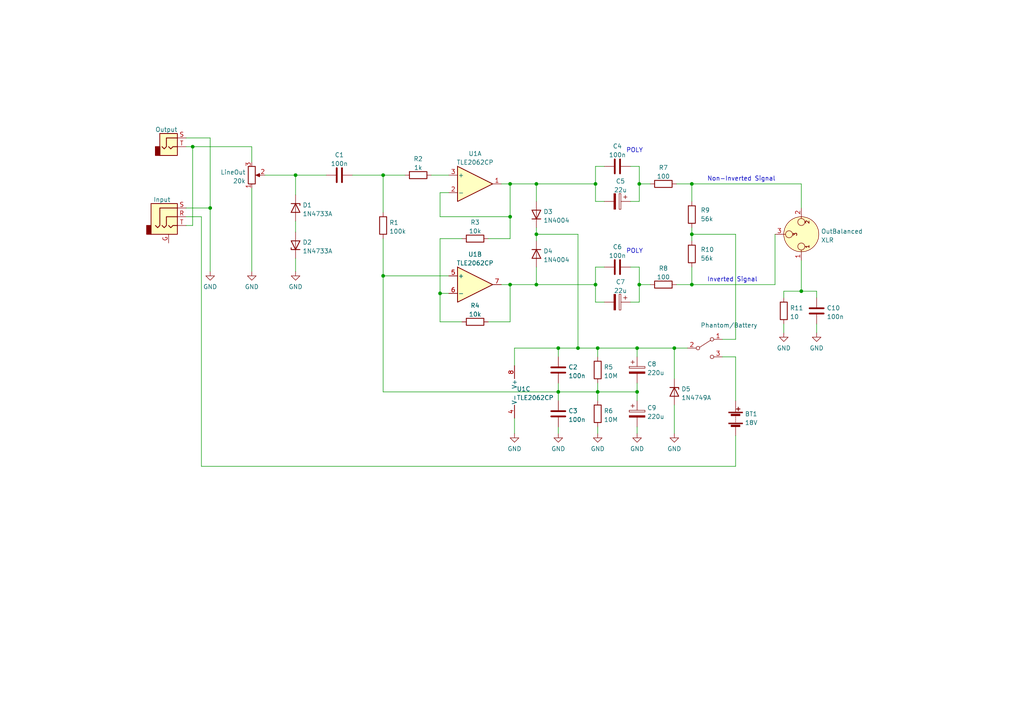
<source format=kicad_sch>
(kicad_sch (version 20211123) (generator eeschema)

  (uuid 937d635c-1cd8-4caa-bb2f-d7843220455c)

  (paper "A4")

  (title_block
    (title "DI Box")
    (date "2022-10-16")
    (rev "1.0")
    (company "https://github.com/mdouchement/DI_Box")
    (comment 2 "DI Box")
  )

  (lib_symbols
    (symbol "Amplifier_Operational:TL072" (pin_names (offset 0.127)) (in_bom yes) (on_board yes)
      (property "Reference" "U" (id 0) (at 0 5.08 0)
        (effects (font (size 1.27 1.27)) (justify left))
      )
      (property "Value" "TL072" (id 1) (at 0 -5.08 0)
        (effects (font (size 1.27 1.27)) (justify left))
      )
      (property "Footprint" "" (id 2) (at 0 0 0)
        (effects (font (size 1.27 1.27)) hide)
      )
      (property "Datasheet" "http://www.ti.com/lit/ds/symlink/tl071.pdf" (id 3) (at 0 0 0)
        (effects (font (size 1.27 1.27)) hide)
      )
      (property "ki_locked" "" (id 4) (at 0 0 0)
        (effects (font (size 1.27 1.27)))
      )
      (property "ki_keywords" "dual opamp" (id 5) (at 0 0 0)
        (effects (font (size 1.27 1.27)) hide)
      )
      (property "ki_description" "Dual Low-Noise JFET-Input Operational Amplifiers, DIP-8/SOIC-8" (id 6) (at 0 0 0)
        (effects (font (size 1.27 1.27)) hide)
      )
      (property "ki_fp_filters" "SOIC*3.9x4.9mm*P1.27mm* DIP*W7.62mm* TO*99* OnSemi*Micro8* TSSOP*3x3mm*P0.65mm* TSSOP*4.4x3mm*P0.65mm* MSOP*3x3mm*P0.65mm* SSOP*3.9x4.9mm*P0.635mm* LFCSP*2x2mm*P0.5mm* *SIP* SOIC*5.3x6.2mm*P1.27mm*" (id 7) (at 0 0 0)
        (effects (font (size 1.27 1.27)) hide)
      )
      (symbol "TL072_1_1"
        (polyline
          (pts
            (xy -5.08 5.08)
            (xy 5.08 0)
            (xy -5.08 -5.08)
            (xy -5.08 5.08)
          )
          (stroke (width 0.254) (type default) (color 0 0 0 0))
          (fill (type background))
        )
        (pin output line (at 7.62 0 180) (length 2.54)
          (name "~" (effects (font (size 1.27 1.27))))
          (number "1" (effects (font (size 1.27 1.27))))
        )
        (pin input line (at -7.62 -2.54 0) (length 2.54)
          (name "-" (effects (font (size 1.27 1.27))))
          (number "2" (effects (font (size 1.27 1.27))))
        )
        (pin input line (at -7.62 2.54 0) (length 2.54)
          (name "+" (effects (font (size 1.27 1.27))))
          (number "3" (effects (font (size 1.27 1.27))))
        )
      )
      (symbol "TL072_2_1"
        (polyline
          (pts
            (xy -5.08 5.08)
            (xy 5.08 0)
            (xy -5.08 -5.08)
            (xy -5.08 5.08)
          )
          (stroke (width 0.254) (type default) (color 0 0 0 0))
          (fill (type background))
        )
        (pin input line (at -7.62 2.54 0) (length 2.54)
          (name "+" (effects (font (size 1.27 1.27))))
          (number "5" (effects (font (size 1.27 1.27))))
        )
        (pin input line (at -7.62 -2.54 0) (length 2.54)
          (name "-" (effects (font (size 1.27 1.27))))
          (number "6" (effects (font (size 1.27 1.27))))
        )
        (pin output line (at 7.62 0 180) (length 2.54)
          (name "~" (effects (font (size 1.27 1.27))))
          (number "7" (effects (font (size 1.27 1.27))))
        )
      )
      (symbol "TL072_3_1"
        (pin power_in line (at -2.54 -7.62 90) (length 3.81)
          (name "V-" (effects (font (size 1.27 1.27))))
          (number "4" (effects (font (size 1.27 1.27))))
        )
        (pin power_in line (at -2.54 7.62 270) (length 3.81)
          (name "V+" (effects (font (size 1.27 1.27))))
          (number "8" (effects (font (size 1.27 1.27))))
        )
      )
    )
    (symbol "Connector:AudioJack2" (in_bom yes) (on_board yes)
      (property "Reference" "J" (id 0) (at 0 8.89 0)
        (effects (font (size 1.27 1.27)))
      )
      (property "Value" "AudioJack2" (id 1) (at 0 6.35 0)
        (effects (font (size 1.27 1.27)))
      )
      (property "Footprint" "" (id 2) (at 0 0 0)
        (effects (font (size 1.27 1.27)) hide)
      )
      (property "Datasheet" "~" (id 3) (at 0 0 0)
        (effects (font (size 1.27 1.27)) hide)
      )
      (property "ki_keywords" "audio jack receptacle mono phone headphone TS connector" (id 4) (at 0 0 0)
        (effects (font (size 1.27 1.27)) hide)
      )
      (property "ki_description" "Audio Jack, 2 Poles (Mono / TS)" (id 5) (at 0 0 0)
        (effects (font (size 1.27 1.27)) hide)
      )
      (property "ki_fp_filters" "Jack*" (id 6) (at 0 0 0)
        (effects (font (size 1.27 1.27)) hide)
      )
      (symbol "AudioJack2_0_1"
        (rectangle (start -3.81 0) (end -2.54 -2.54)
          (stroke (width 0.254) (type default) (color 0 0 0 0))
          (fill (type outline))
        )
        (rectangle (start -2.54 3.81) (end 2.54 -2.54)
          (stroke (width 0.254) (type default) (color 0 0 0 0))
          (fill (type background))
        )
        (polyline
          (pts
            (xy 0 0)
            (xy 0.635 -0.635)
            (xy 1.27 0)
            (xy 2.54 0)
          )
          (stroke (width 0.254) (type default) (color 0 0 0 0))
          (fill (type none))
        )
        (polyline
          (pts
            (xy 2.54 2.54)
            (xy -0.635 2.54)
            (xy -0.635 0)
            (xy -1.27 -0.635)
            (xy -1.905 0)
          )
          (stroke (width 0.254) (type default) (color 0 0 0 0))
          (fill (type none))
        )
      )
      (symbol "AudioJack2_1_1"
        (pin passive line (at 5.08 2.54 180) (length 2.54)
          (name "~" (effects (font (size 1.27 1.27))))
          (number "S" (effects (font (size 1.27 1.27))))
        )
        (pin passive line (at 5.08 0 180) (length 2.54)
          (name "~" (effects (font (size 1.27 1.27))))
          (number "T" (effects (font (size 1.27 1.27))))
        )
      )
    )
    (symbol "Connector:AudioJack3_Ground" (in_bom yes) (on_board yes)
      (property "Reference" "J" (id 0) (at 0 8.89 0)
        (effects (font (size 1.27 1.27)))
      )
      (property "Value" "AudioJack3_Ground" (id 1) (at 0 6.35 0)
        (effects (font (size 1.27 1.27)))
      )
      (property "Footprint" "" (id 2) (at 0 0 0)
        (effects (font (size 1.27 1.27)) hide)
      )
      (property "Datasheet" "~" (id 3) (at 0 0 0)
        (effects (font (size 1.27 1.27)) hide)
      )
      (property "ki_keywords" "audio jack receptacle stereo headphones phones TRS connector" (id 4) (at 0 0 0)
        (effects (font (size 1.27 1.27)) hide)
      )
      (property "ki_description" "Audio Jack, 3 Poles (Stereo / TRS), Grounded Sleeve" (id 5) (at 0 0 0)
        (effects (font (size 1.27 1.27)) hide)
      )
      (property "ki_fp_filters" "Jack*" (id 6) (at 0 0 0)
        (effects (font (size 1.27 1.27)) hide)
      )
      (symbol "AudioJack3_Ground_0_1"
        (rectangle (start -5.08 -2.54) (end -6.35 -5.08)
          (stroke (width 0.254) (type default) (color 0 0 0 0))
          (fill (type outline))
        )
        (polyline
          (pts
            (xy 0 -2.54)
            (xy 0.635 -3.175)
            (xy 1.27 -2.54)
            (xy 2.54 -2.54)
          )
          (stroke (width 0.254) (type default) (color 0 0 0 0))
          (fill (type none))
        )
        (polyline
          (pts
            (xy -1.905 -2.54)
            (xy -1.27 -3.175)
            (xy -0.635 -2.54)
            (xy -0.635 0)
            (xy 2.54 0)
          )
          (stroke (width 0.254) (type default) (color 0 0 0 0))
          (fill (type none))
        )
        (polyline
          (pts
            (xy 2.54 2.54)
            (xy -2.54 2.54)
            (xy -2.54 -2.54)
            (xy -3.175 -3.175)
            (xy -3.81 -2.54)
          )
          (stroke (width 0.254) (type default) (color 0 0 0 0))
          (fill (type none))
        )
        (rectangle (start 2.54 3.81) (end -5.08 -5.08)
          (stroke (width 0.254) (type default) (color 0 0 0 0))
          (fill (type background))
        )
      )
      (symbol "AudioJack3_Ground_1_1"
        (pin passive line (at 0 -7.62 90) (length 2.54)
          (name "~" (effects (font (size 1.27 1.27))))
          (number "G" (effects (font (size 1.27 1.27))))
        )
        (pin passive line (at 5.08 0 180) (length 2.54)
          (name "~" (effects (font (size 1.27 1.27))))
          (number "R" (effects (font (size 1.27 1.27))))
        )
        (pin passive line (at 5.08 2.54 180) (length 2.54)
          (name "~" (effects (font (size 1.27 1.27))))
          (number "S" (effects (font (size 1.27 1.27))))
        )
        (pin passive line (at 5.08 -2.54 180) (length 2.54)
          (name "~" (effects (font (size 1.27 1.27))))
          (number "T" (effects (font (size 1.27 1.27))))
        )
      )
    )
    (symbol "Connector:XLR3" (pin_names hide) (in_bom yes) (on_board yes)
      (property "Reference" "J" (id 0) (at 0 8.89 0)
        (effects (font (size 1.27 1.27)))
      )
      (property "Value" "XLR3" (id 1) (at 0 6.35 0)
        (effects (font (size 1.27 1.27)))
      )
      (property "Footprint" "" (id 2) (at 0 0 0)
        (effects (font (size 1.27 1.27)) hide)
      )
      (property "Datasheet" " ~" (id 3) (at 0 0 0)
        (effects (font (size 1.27 1.27)) hide)
      )
      (property "ki_keywords" "xlr connector" (id 4) (at 0 0 0)
        (effects (font (size 1.27 1.27)) hide)
      )
      (property "ki_description" "XLR Connector, Male or Female, 3 Pins" (id 5) (at 0 0 0)
        (effects (font (size 1.27 1.27)) hide)
      )
      (property "ki_fp_filters" "Jack*XLR*" (id 6) (at 0 0 0)
        (effects (font (size 1.27 1.27)) hide)
      )
      (symbol "XLR3_0_1"
        (circle (center -3.556 0) (radius 1.016)
          (stroke (width 0) (type default) (color 0 0 0 0))
          (fill (type none))
        )
        (circle (center 0 -3.556) (radius 1.016)
          (stroke (width 0) (type default) (color 0 0 0 0))
          (fill (type none))
        )
        (polyline
          (pts
            (xy -5.08 0)
            (xy -4.572 0)
          )
          (stroke (width 0) (type default) (color 0 0 0 0))
          (fill (type none))
        )
        (polyline
          (pts
            (xy 0 -5.08)
            (xy 0 -4.572)
          )
          (stroke (width 0) (type default) (color 0 0 0 0))
          (fill (type none))
        )
        (polyline
          (pts
            (xy 5.08 0)
            (xy 4.572 0)
          )
          (stroke (width 0) (type default) (color 0 0 0 0))
          (fill (type none))
        )
        (circle (center 0 0) (radius 5.08)
          (stroke (width 0) (type default) (color 0 0 0 0))
          (fill (type background))
        )
        (circle (center 3.556 0) (radius 1.016)
          (stroke (width 0) (type default) (color 0 0 0 0))
          (fill (type none))
        )
        (text "1" (at -3.556 1.778 0)
          (effects (font (size 1.016 1.016) bold))
        )
        (text "2" (at 3.556 1.778 0)
          (effects (font (size 1.016 1.016) bold))
        )
        (text "3" (at 0 -1.778 0)
          (effects (font (size 1.016 1.016) bold))
        )
        (pin passive line (at -7.62 0 0) (length 2.54)
          (name "~" (effects (font (size 1.27 1.27))))
          (number "1" (effects (font (size 1.27 1.27))))
        )
        (pin passive line (at 7.62 0 180) (length 2.54)
          (name "~" (effects (font (size 1.27 1.27))))
          (number "2" (effects (font (size 1.27 1.27))))
        )
        (pin passive line (at 0 -7.62 90) (length 2.54)
          (name "~" (effects (font (size 1.27 1.27))))
          (number "3" (effects (font (size 1.27 1.27))))
        )
      )
    )
    (symbol "Device:Battery" (pin_numbers hide) (pin_names (offset 0) hide) (in_bom yes) (on_board yes)
      (property "Reference" "BT" (id 0) (at 2.54 2.54 0)
        (effects (font (size 1.27 1.27)) (justify left))
      )
      (property "Value" "Battery" (id 1) (at 2.54 0 0)
        (effects (font (size 1.27 1.27)) (justify left))
      )
      (property "Footprint" "" (id 2) (at 0 1.524 90)
        (effects (font (size 1.27 1.27)) hide)
      )
      (property "Datasheet" "~" (id 3) (at 0 1.524 90)
        (effects (font (size 1.27 1.27)) hide)
      )
      (property "ki_keywords" "batt voltage-source cell" (id 4) (at 0 0 0)
        (effects (font (size 1.27 1.27)) hide)
      )
      (property "ki_description" "Multiple-cell battery" (id 5) (at 0 0 0)
        (effects (font (size 1.27 1.27)) hide)
      )
      (symbol "Battery_0_1"
        (rectangle (start -2.032 -1.397) (end 2.032 -1.651)
          (stroke (width 0) (type default) (color 0 0 0 0))
          (fill (type outline))
        )
        (rectangle (start -2.032 1.778) (end 2.032 1.524)
          (stroke (width 0) (type default) (color 0 0 0 0))
          (fill (type outline))
        )
        (rectangle (start -1.3208 -1.9812) (end 1.27 -2.4892)
          (stroke (width 0) (type default) (color 0 0 0 0))
          (fill (type outline))
        )
        (rectangle (start -1.3208 1.1938) (end 1.27 0.6858)
          (stroke (width 0) (type default) (color 0 0 0 0))
          (fill (type outline))
        )
        (polyline
          (pts
            (xy 0 -1.524)
            (xy 0 -1.27)
          )
          (stroke (width 0) (type default) (color 0 0 0 0))
          (fill (type none))
        )
        (polyline
          (pts
            (xy 0 -1.016)
            (xy 0 -0.762)
          )
          (stroke (width 0) (type default) (color 0 0 0 0))
          (fill (type none))
        )
        (polyline
          (pts
            (xy 0 -0.508)
            (xy 0 -0.254)
          )
          (stroke (width 0) (type default) (color 0 0 0 0))
          (fill (type none))
        )
        (polyline
          (pts
            (xy 0 0)
            (xy 0 0.254)
          )
          (stroke (width 0) (type default) (color 0 0 0 0))
          (fill (type none))
        )
        (polyline
          (pts
            (xy 0 0.508)
            (xy 0 0.762)
          )
          (stroke (width 0) (type default) (color 0 0 0 0))
          (fill (type none))
        )
        (polyline
          (pts
            (xy 0 1.778)
            (xy 0 2.54)
          )
          (stroke (width 0) (type default) (color 0 0 0 0))
          (fill (type none))
        )
        (polyline
          (pts
            (xy 0.254 2.667)
            (xy 1.27 2.667)
          )
          (stroke (width 0.254) (type default) (color 0 0 0 0))
          (fill (type none))
        )
        (polyline
          (pts
            (xy 0.762 3.175)
            (xy 0.762 2.159)
          )
          (stroke (width 0.254) (type default) (color 0 0 0 0))
          (fill (type none))
        )
      )
      (symbol "Battery_1_1"
        (pin passive line (at 0 5.08 270) (length 2.54)
          (name "+" (effects (font (size 1.27 1.27))))
          (number "1" (effects (font (size 1.27 1.27))))
        )
        (pin passive line (at 0 -5.08 90) (length 2.54)
          (name "-" (effects (font (size 1.27 1.27))))
          (number "2" (effects (font (size 1.27 1.27))))
        )
      )
    )
    (symbol "Device:C" (pin_numbers hide) (pin_names (offset 0.254)) (in_bom yes) (on_board yes)
      (property "Reference" "C" (id 0) (at 0.635 2.54 0)
        (effects (font (size 1.27 1.27)) (justify left))
      )
      (property "Value" "C" (id 1) (at 0.635 -2.54 0)
        (effects (font (size 1.27 1.27)) (justify left))
      )
      (property "Footprint" "" (id 2) (at 0.9652 -3.81 0)
        (effects (font (size 1.27 1.27)) hide)
      )
      (property "Datasheet" "~" (id 3) (at 0 0 0)
        (effects (font (size 1.27 1.27)) hide)
      )
      (property "ki_keywords" "cap capacitor" (id 4) (at 0 0 0)
        (effects (font (size 1.27 1.27)) hide)
      )
      (property "ki_description" "Unpolarized capacitor" (id 5) (at 0 0 0)
        (effects (font (size 1.27 1.27)) hide)
      )
      (property "ki_fp_filters" "C_*" (id 6) (at 0 0 0)
        (effects (font (size 1.27 1.27)) hide)
      )
      (symbol "C_0_1"
        (polyline
          (pts
            (xy -2.032 -0.762)
            (xy 2.032 -0.762)
          )
          (stroke (width 0.508) (type default) (color 0 0 0 0))
          (fill (type none))
        )
        (polyline
          (pts
            (xy -2.032 0.762)
            (xy 2.032 0.762)
          )
          (stroke (width 0.508) (type default) (color 0 0 0 0))
          (fill (type none))
        )
      )
      (symbol "C_1_1"
        (pin passive line (at 0 3.81 270) (length 2.794)
          (name "~" (effects (font (size 1.27 1.27))))
          (number "1" (effects (font (size 1.27 1.27))))
        )
        (pin passive line (at 0 -3.81 90) (length 2.794)
          (name "~" (effects (font (size 1.27 1.27))))
          (number "2" (effects (font (size 1.27 1.27))))
        )
      )
    )
    (symbol "Device:C_Polarized" (pin_numbers hide) (pin_names (offset 0.254)) (in_bom yes) (on_board yes)
      (property "Reference" "C" (id 0) (at 0.635 2.54 0)
        (effects (font (size 1.27 1.27)) (justify left))
      )
      (property "Value" "C_Polarized" (id 1) (at 0.635 -2.54 0)
        (effects (font (size 1.27 1.27)) (justify left))
      )
      (property "Footprint" "" (id 2) (at 0.9652 -3.81 0)
        (effects (font (size 1.27 1.27)) hide)
      )
      (property "Datasheet" "~" (id 3) (at 0 0 0)
        (effects (font (size 1.27 1.27)) hide)
      )
      (property "ki_keywords" "cap capacitor" (id 4) (at 0 0 0)
        (effects (font (size 1.27 1.27)) hide)
      )
      (property "ki_description" "Polarized capacitor" (id 5) (at 0 0 0)
        (effects (font (size 1.27 1.27)) hide)
      )
      (property "ki_fp_filters" "CP_*" (id 6) (at 0 0 0)
        (effects (font (size 1.27 1.27)) hide)
      )
      (symbol "C_Polarized_0_1"
        (rectangle (start -2.286 0.508) (end 2.286 1.016)
          (stroke (width 0) (type default) (color 0 0 0 0))
          (fill (type none))
        )
        (polyline
          (pts
            (xy -1.778 2.286)
            (xy -0.762 2.286)
          )
          (stroke (width 0) (type default) (color 0 0 0 0))
          (fill (type none))
        )
        (polyline
          (pts
            (xy -1.27 2.794)
            (xy -1.27 1.778)
          )
          (stroke (width 0) (type default) (color 0 0 0 0))
          (fill (type none))
        )
        (rectangle (start 2.286 -0.508) (end -2.286 -1.016)
          (stroke (width 0) (type default) (color 0 0 0 0))
          (fill (type outline))
        )
      )
      (symbol "C_Polarized_1_1"
        (pin passive line (at 0 3.81 270) (length 2.794)
          (name "~" (effects (font (size 1.27 1.27))))
          (number "1" (effects (font (size 1.27 1.27))))
        )
        (pin passive line (at 0 -3.81 90) (length 2.794)
          (name "~" (effects (font (size 1.27 1.27))))
          (number "2" (effects (font (size 1.27 1.27))))
        )
      )
    )
    (symbol "Device:R" (pin_numbers hide) (pin_names (offset 0)) (in_bom yes) (on_board yes)
      (property "Reference" "R" (id 0) (at 2.032 0 90)
        (effects (font (size 1.27 1.27)))
      )
      (property "Value" "R" (id 1) (at 0 0 90)
        (effects (font (size 1.27 1.27)))
      )
      (property "Footprint" "" (id 2) (at -1.778 0 90)
        (effects (font (size 1.27 1.27)) hide)
      )
      (property "Datasheet" "~" (id 3) (at 0 0 0)
        (effects (font (size 1.27 1.27)) hide)
      )
      (property "ki_keywords" "R res resistor" (id 4) (at 0 0 0)
        (effects (font (size 1.27 1.27)) hide)
      )
      (property "ki_description" "Resistor" (id 5) (at 0 0 0)
        (effects (font (size 1.27 1.27)) hide)
      )
      (property "ki_fp_filters" "R_*" (id 6) (at 0 0 0)
        (effects (font (size 1.27 1.27)) hide)
      )
      (symbol "R_0_1"
        (rectangle (start -1.016 -2.54) (end 1.016 2.54)
          (stroke (width 0.254) (type default) (color 0 0 0 0))
          (fill (type none))
        )
      )
      (symbol "R_1_1"
        (pin passive line (at 0 3.81 270) (length 1.27)
          (name "~" (effects (font (size 1.27 1.27))))
          (number "1" (effects (font (size 1.27 1.27))))
        )
        (pin passive line (at 0 -3.81 90) (length 1.27)
          (name "~" (effects (font (size 1.27 1.27))))
          (number "2" (effects (font (size 1.27 1.27))))
        )
      )
    )
    (symbol "Device:R_Potentiometer" (pin_names (offset 1.016) hide) (in_bom yes) (on_board yes)
      (property "Reference" "RV" (id 0) (at -4.445 0 90)
        (effects (font (size 1.27 1.27)))
      )
      (property "Value" "R_Potentiometer" (id 1) (at -2.54 0 90)
        (effects (font (size 1.27 1.27)))
      )
      (property "Footprint" "" (id 2) (at 0 0 0)
        (effects (font (size 1.27 1.27)) hide)
      )
      (property "Datasheet" "~" (id 3) (at 0 0 0)
        (effects (font (size 1.27 1.27)) hide)
      )
      (property "ki_keywords" "resistor variable" (id 4) (at 0 0 0)
        (effects (font (size 1.27 1.27)) hide)
      )
      (property "ki_description" "Potentiometer" (id 5) (at 0 0 0)
        (effects (font (size 1.27 1.27)) hide)
      )
      (property "ki_fp_filters" "Potentiometer*" (id 6) (at 0 0 0)
        (effects (font (size 1.27 1.27)) hide)
      )
      (symbol "R_Potentiometer_0_1"
        (polyline
          (pts
            (xy 2.54 0)
            (xy 1.524 0)
          )
          (stroke (width 0) (type default) (color 0 0 0 0))
          (fill (type none))
        )
        (polyline
          (pts
            (xy 1.143 0)
            (xy 2.286 0.508)
            (xy 2.286 -0.508)
            (xy 1.143 0)
          )
          (stroke (width 0) (type default) (color 0 0 0 0))
          (fill (type outline))
        )
        (rectangle (start 1.016 2.54) (end -1.016 -2.54)
          (stroke (width 0.254) (type default) (color 0 0 0 0))
          (fill (type none))
        )
      )
      (symbol "R_Potentiometer_1_1"
        (pin passive line (at 0 3.81 270) (length 1.27)
          (name "1" (effects (font (size 1.27 1.27))))
          (number "1" (effects (font (size 1.27 1.27))))
        )
        (pin passive line (at 3.81 0 180) (length 1.27)
          (name "2" (effects (font (size 1.27 1.27))))
          (number "2" (effects (font (size 1.27 1.27))))
        )
        (pin passive line (at 0 -3.81 90) (length 1.27)
          (name "3" (effects (font (size 1.27 1.27))))
          (number "3" (effects (font (size 1.27 1.27))))
        )
      )
    )
    (symbol "Diode:1N4004" (pin_numbers hide) (pin_names (offset 1.016) hide) (in_bom yes) (on_board yes)
      (property "Reference" "D" (id 0) (at 0 2.54 0)
        (effects (font (size 1.27 1.27)))
      )
      (property "Value" "1N4004" (id 1) (at 0 -2.54 0)
        (effects (font (size 1.27 1.27)))
      )
      (property "Footprint" "Diode_THT:D_DO-41_SOD81_P10.16mm_Horizontal" (id 2) (at 0 -4.445 0)
        (effects (font (size 1.27 1.27)) hide)
      )
      (property "Datasheet" "http://www.vishay.com/docs/88503/1n4001.pdf" (id 3) (at 0 0 0)
        (effects (font (size 1.27 1.27)) hide)
      )
      (property "ki_keywords" "diode" (id 4) (at 0 0 0)
        (effects (font (size 1.27 1.27)) hide)
      )
      (property "ki_description" "400V 1A General Purpose Rectifier Diode, DO-41" (id 5) (at 0 0 0)
        (effects (font (size 1.27 1.27)) hide)
      )
      (property "ki_fp_filters" "D*DO?41*" (id 6) (at 0 0 0)
        (effects (font (size 1.27 1.27)) hide)
      )
      (symbol "1N4004_0_1"
        (polyline
          (pts
            (xy -1.27 1.27)
            (xy -1.27 -1.27)
          )
          (stroke (width 0.254) (type default) (color 0 0 0 0))
          (fill (type none))
        )
        (polyline
          (pts
            (xy 1.27 0)
            (xy -1.27 0)
          )
          (stroke (width 0) (type default) (color 0 0 0 0))
          (fill (type none))
        )
        (polyline
          (pts
            (xy 1.27 1.27)
            (xy 1.27 -1.27)
            (xy -1.27 0)
            (xy 1.27 1.27)
          )
          (stroke (width 0.254) (type default) (color 0 0 0 0))
          (fill (type none))
        )
      )
      (symbol "1N4004_1_1"
        (pin passive line (at -3.81 0 0) (length 2.54)
          (name "K" (effects (font (size 1.27 1.27))))
          (number "1" (effects (font (size 1.27 1.27))))
        )
        (pin passive line (at 3.81 0 180) (length 2.54)
          (name "A" (effects (font (size 1.27 1.27))))
          (number "2" (effects (font (size 1.27 1.27))))
        )
      )
    )
    (symbol "Diode:1N47xxA" (pin_numbers hide) (pin_names hide) (in_bom yes) (on_board yes)
      (property "Reference" "D" (id 0) (at 0 2.54 0)
        (effects (font (size 1.27 1.27)))
      )
      (property "Value" "1N47xxA" (id 1) (at 0 -2.54 0)
        (effects (font (size 1.27 1.27)))
      )
      (property "Footprint" "Diode_THT:D_DO-41_SOD81_P10.16mm_Horizontal" (id 2) (at 0 -4.445 0)
        (effects (font (size 1.27 1.27)) hide)
      )
      (property "Datasheet" "https://www.vishay.com/docs/85816/1n4728a.pdf" (id 3) (at 0 0 0)
        (effects (font (size 1.27 1.27)) hide)
      )
      (property "ki_keywords" "zener diode" (id 4) (at 0 0 0)
        (effects (font (size 1.27 1.27)) hide)
      )
      (property "ki_description" "1300mW Silicon planar power Zener diodes, DO-41" (id 5) (at 0 0 0)
        (effects (font (size 1.27 1.27)) hide)
      )
      (property "ki_fp_filters" "D*DO?41*" (id 6) (at 0 0 0)
        (effects (font (size 1.27 1.27)) hide)
      )
      (symbol "1N47xxA_0_1"
        (polyline
          (pts
            (xy 1.27 0)
            (xy -1.27 0)
          )
          (stroke (width 0) (type default) (color 0 0 0 0))
          (fill (type none))
        )
        (polyline
          (pts
            (xy -1.27 -1.27)
            (xy -1.27 1.27)
            (xy -0.762 1.27)
          )
          (stroke (width 0.254) (type default) (color 0 0 0 0))
          (fill (type none))
        )
        (polyline
          (pts
            (xy 1.27 -1.27)
            (xy 1.27 1.27)
            (xy -1.27 0)
            (xy 1.27 -1.27)
          )
          (stroke (width 0.254) (type default) (color 0 0 0 0))
          (fill (type none))
        )
      )
      (symbol "1N47xxA_1_1"
        (pin passive line (at -3.81 0 0) (length 2.54)
          (name "K" (effects (font (size 1.27 1.27))))
          (number "1" (effects (font (size 1.27 1.27))))
        )
        (pin passive line (at 3.81 0 180) (length 2.54)
          (name "A" (effects (font (size 1.27 1.27))))
          (number "2" (effects (font (size 1.27 1.27))))
        )
      )
    )
    (symbol "Switch:SW_SPDT" (pin_names (offset 0) hide) (in_bom yes) (on_board yes)
      (property "Reference" "SW" (id 0) (at 0 4.318 0)
        (effects (font (size 1.27 1.27)))
      )
      (property "Value" "SW_SPDT" (id 1) (at 0 -5.08 0)
        (effects (font (size 1.27 1.27)))
      )
      (property "Footprint" "" (id 2) (at 0 0 0)
        (effects (font (size 1.27 1.27)) hide)
      )
      (property "Datasheet" "~" (id 3) (at 0 0 0)
        (effects (font (size 1.27 1.27)) hide)
      )
      (property "ki_keywords" "switch single-pole double-throw spdt ON-ON" (id 4) (at 0 0 0)
        (effects (font (size 1.27 1.27)) hide)
      )
      (property "ki_description" "Switch, single pole double throw" (id 5) (at 0 0 0)
        (effects (font (size 1.27 1.27)) hide)
      )
      (symbol "SW_SPDT_0_0"
        (circle (center -2.032 0) (radius 0.508)
          (stroke (width 0) (type default) (color 0 0 0 0))
          (fill (type none))
        )
        (circle (center 2.032 -2.54) (radius 0.508)
          (stroke (width 0) (type default) (color 0 0 0 0))
          (fill (type none))
        )
      )
      (symbol "SW_SPDT_0_1"
        (polyline
          (pts
            (xy -1.524 0.254)
            (xy 1.651 2.286)
          )
          (stroke (width 0) (type default) (color 0 0 0 0))
          (fill (type none))
        )
        (circle (center 2.032 2.54) (radius 0.508)
          (stroke (width 0) (type default) (color 0 0 0 0))
          (fill (type none))
        )
      )
      (symbol "SW_SPDT_1_1"
        (pin passive line (at 5.08 2.54 180) (length 2.54)
          (name "A" (effects (font (size 1.27 1.27))))
          (number "1" (effects (font (size 1.27 1.27))))
        )
        (pin passive line (at -5.08 0 0) (length 2.54)
          (name "B" (effects (font (size 1.27 1.27))))
          (number "2" (effects (font (size 1.27 1.27))))
        )
        (pin passive line (at 5.08 -2.54 180) (length 2.54)
          (name "C" (effects (font (size 1.27 1.27))))
          (number "3" (effects (font (size 1.27 1.27))))
        )
      )
    )
    (symbol "power:GND" (power) (pin_names (offset 0)) (in_bom yes) (on_board yes)
      (property "Reference" "#PWR" (id 0) (at 0 -6.35 0)
        (effects (font (size 1.27 1.27)) hide)
      )
      (property "Value" "GND" (id 1) (at 0 -3.81 0)
        (effects (font (size 1.27 1.27)))
      )
      (property "Footprint" "" (id 2) (at 0 0 0)
        (effects (font (size 1.27 1.27)) hide)
      )
      (property "Datasheet" "" (id 3) (at 0 0 0)
        (effects (font (size 1.27 1.27)) hide)
      )
      (property "ki_keywords" "power-flag" (id 4) (at 0 0 0)
        (effects (font (size 1.27 1.27)) hide)
      )
      (property "ki_description" "Power symbol creates a global label with name \"GND\" , ground" (id 5) (at 0 0 0)
        (effects (font (size 1.27 1.27)) hide)
      )
      (symbol "GND_0_1"
        (polyline
          (pts
            (xy 0 0)
            (xy 0 -1.27)
            (xy 1.27 -1.27)
            (xy 0 -2.54)
            (xy -1.27 -1.27)
            (xy 0 -1.27)
          )
          (stroke (width 0) (type default) (color 0 0 0 0))
          (fill (type none))
        )
      )
      (symbol "GND_1_1"
        (pin power_in line (at 0 0 270) (length 0) hide
          (name "GND" (effects (font (size 1.27 1.27))))
          (number "1" (effects (font (size 1.27 1.27))))
        )
      )
    )
  )

  (junction (at 184.785 100.965) (diameter 0) (color 0 0 0 0)
    (uuid 01a7f050-20fc-4d6d-9485-bb33d6957251)
  )
  (junction (at 147.955 62.865) (diameter 0) (color 0 0 0 0)
    (uuid 052ad65b-8a61-44b2-a4fc-58989a75dc59)
  )
  (junction (at 172.72 82.55) (diameter 0) (color 0 0 0 0)
    (uuid 0d2829a0-71ca-45e9-aaad-8dd6bfe35353)
  )
  (junction (at 185.42 53.34) (diameter 0) (color 0 0 0 0)
    (uuid 0fe81dff-2b9d-414b-8e04-15fd04971c17)
  )
  (junction (at 55.88 42.545) (diameter 0) (color 0 0 0 0)
    (uuid 1121704d-0424-4c74-bbec-fabb855757f1)
  )
  (junction (at 161.925 113.665) (diameter 0) (color 0 0 0 0)
    (uuid 12417962-45ba-400b-b767-4196a1fad9ac)
  )
  (junction (at 155.575 53.34) (diameter 0) (color 0 0 0 0)
    (uuid 1f555f31-6daf-4284-a47d-6142b05ab2b4)
  )
  (junction (at 147.955 82.55) (diameter 0) (color 0 0 0 0)
    (uuid 2489f5f7-5856-4e00-ac3a-f4e301a67fe5)
  )
  (junction (at 147.955 53.34) (diameter 0) (color 0 0 0 0)
    (uuid 312cc57f-d6a6-4179-a1db-09400e694f73)
  )
  (junction (at 127.635 85.09) (diameter 0) (color 0 0 0 0)
    (uuid 33967d77-3273-4cc4-98ce-860d619b9f98)
  )
  (junction (at 200.66 53.34) (diameter 0) (color 0 0 0 0)
    (uuid 37acc63f-70a1-4159-b02e-3fab82934a51)
  )
  (junction (at 185.42 82.55) (diameter 0) (color 0 0 0 0)
    (uuid 3d80bf44-2694-4ef5-b1a3-b0573e35b7d7)
  )
  (junction (at 60.96 60.325) (diameter 0) (color 0 0 0 0)
    (uuid 4cad0466-8fa7-43a6-813c-a21743a2b3b8)
  )
  (junction (at 195.58 100.965) (diameter 0) (color 0 0 0 0)
    (uuid 6063b6ec-78b0-4fe6-8b4d-b5245801f8b9)
  )
  (junction (at 232.41 84.455) (diameter 0) (color 0 0 0 0)
    (uuid 7428fe25-d448-455c-912f-650bd171faf7)
  )
  (junction (at 111.125 80.01) (diameter 0) (color 0 0 0 0)
    (uuid 7b9c9543-62d2-4283-9664-7a3ca403a922)
  )
  (junction (at 85.725 50.8) (diameter 0) (color 0 0 0 0)
    (uuid 7e7e76ac-2096-4bc1-bbef-3c48d638f51f)
  )
  (junction (at 155.575 67.945) (diameter 0) (color 0 0 0 0)
    (uuid 9c725064-cc8f-4112-b127-b338aa7a71f3)
  )
  (junction (at 111.125 50.8) (diameter 0) (color 0 0 0 0)
    (uuid 9e965c16-3b44-4a95-af43-67a404c9fd44)
  )
  (junction (at 155.575 82.55) (diameter 0) (color 0 0 0 0)
    (uuid 9eeb9511-2621-4733-aa55-d2aa51a9ba5a)
  )
  (junction (at 161.925 100.965) (diameter 0) (color 0 0 0 0)
    (uuid a903e46f-eaf6-449e-8658-023699ae4a47)
  )
  (junction (at 173.355 113.665) (diameter 0) (color 0 0 0 0)
    (uuid bfb1f01a-4778-4091-9b1d-a621e861396f)
  )
  (junction (at 172.72 53.34) (diameter 0) (color 0 0 0 0)
    (uuid cc90031c-9836-45b1-9365-4e1205888b6a)
  )
  (junction (at 200.66 82.55) (diameter 0) (color 0 0 0 0)
    (uuid d993e5ea-ff84-49df-8258-34b5431ed6cf)
  )
  (junction (at 184.785 113.665) (diameter 0) (color 0 0 0 0)
    (uuid e8da7d67-bc85-4a26-9c05-0298aefb5f70)
  )
  (junction (at 200.66 67.945) (diameter 0) (color 0 0 0 0)
    (uuid ed7e1707-26a4-4559-8722-c7e1876d693b)
  )
  (junction (at 173.355 100.965) (diameter 0) (color 0 0 0 0)
    (uuid fce010f8-e5dc-4ef3-b825-724815e8d511)
  )
  (junction (at 167.64 100.965) (diameter 0) (color 0 0 0 0)
    (uuid ffb27bb2-c2f0-4b55-9620-5111c0abe205)
  )

  (wire (pts (xy 155.575 67.945) (xy 167.64 67.945))
    (stroke (width 0) (type default) (color 0 0 0 0))
    (uuid 06255bbc-07a7-4eca-8404-d785e94d0147)
  )
  (wire (pts (xy 149.225 100.965) (xy 161.925 100.965))
    (stroke (width 0) (type default) (color 0 0 0 0))
    (uuid 06727732-1d23-4e93-ab78-c10038725e8e)
  )
  (wire (pts (xy 182.88 87.63) (xy 185.42 87.63))
    (stroke (width 0) (type default) (color 0 0 0 0))
    (uuid 10e49d98-38e0-4dc1-a8f4-660e9c11ec3b)
  )
  (wire (pts (xy 172.72 77.47) (xy 172.72 82.55))
    (stroke (width 0) (type default) (color 0 0 0 0))
    (uuid 10efd5d0-757c-48a6-8cf6-e1bc358c39d8)
  )
  (wire (pts (xy 53.975 60.325) (xy 60.96 60.325))
    (stroke (width 0) (type default) (color 0 0 0 0))
    (uuid 11803091-52ca-43aa-b4a7-93810c57b88e)
  )
  (wire (pts (xy 209.55 98.425) (xy 213.36 98.425))
    (stroke (width 0) (type default) (color 0 0 0 0))
    (uuid 11e6e9a5-3827-422f-b4ea-a80d2547280a)
  )
  (wire (pts (xy 85.725 74.93) (xy 85.725 78.74))
    (stroke (width 0) (type default) (color 0 0 0 0))
    (uuid 12e6255f-f40a-4584-8cc8-947d5b348182)
  )
  (wire (pts (xy 155.575 82.55) (xy 172.72 82.55))
    (stroke (width 0) (type default) (color 0 0 0 0))
    (uuid 1738a856-2dbf-4d81-8685-1c0f55ddf268)
  )
  (wire (pts (xy 53.975 65.405) (xy 55.88 65.405))
    (stroke (width 0) (type default) (color 0 0 0 0))
    (uuid 1998e9a4-9ccd-4830-8e04-989e7376f3d0)
  )
  (wire (pts (xy 155.575 53.34) (xy 155.575 58.42))
    (stroke (width 0) (type default) (color 0 0 0 0))
    (uuid 1bc84824-1e48-45a7-87e7-c51ffbe17274)
  )
  (wire (pts (xy 147.955 82.55) (xy 155.575 82.55))
    (stroke (width 0) (type default) (color 0 0 0 0))
    (uuid 1dc7d3b0-dc41-4b6a-8243-5e9027b7f5fb)
  )
  (wire (pts (xy 167.64 100.965) (xy 173.355 100.965))
    (stroke (width 0) (type default) (color 0 0 0 0))
    (uuid 1f2807f6-a671-4b1d-aa78-15c79308c51c)
  )
  (wire (pts (xy 73.025 42.545) (xy 73.025 46.99))
    (stroke (width 0) (type default) (color 0 0 0 0))
    (uuid 20ebb2ad-6fda-4567-a0ec-3da566687eb4)
  )
  (wire (pts (xy 200.66 67.945) (xy 200.66 69.85))
    (stroke (width 0) (type default) (color 0 0 0 0))
    (uuid 21dd220b-ed79-4210-85f9-0a0172b849a1)
  )
  (wire (pts (xy 155.575 67.945) (xy 155.575 69.85))
    (stroke (width 0) (type default) (color 0 0 0 0))
    (uuid 22dab854-f357-4881-96c7-42acc932fa13)
  )
  (wire (pts (xy 155.575 77.47) (xy 155.575 82.55))
    (stroke (width 0) (type default) (color 0 0 0 0))
    (uuid 23744946-956c-47aa-88cc-6964b77c7db5)
  )
  (wire (pts (xy 185.42 53.34) (xy 185.42 58.42))
    (stroke (width 0) (type default) (color 0 0 0 0))
    (uuid 343782dd-a5a4-41f3-aac4-ca45f768f1f2)
  )
  (wire (pts (xy 161.925 123.825) (xy 161.925 125.73))
    (stroke (width 0) (type default) (color 0 0 0 0))
    (uuid 374003cc-80fe-4a56-913b-05c4eca6d555)
  )
  (wire (pts (xy 111.125 80.01) (xy 111.125 113.665))
    (stroke (width 0) (type default) (color 0 0 0 0))
    (uuid 3749d96f-deb1-4e51-b1bd-c5fcede2f6c5)
  )
  (wire (pts (xy 209.55 103.505) (xy 213.36 103.505))
    (stroke (width 0) (type default) (color 0 0 0 0))
    (uuid 37cdcf9c-aa91-4f35-997d-42d976341e50)
  )
  (wire (pts (xy 236.855 84.455) (xy 236.855 86.36))
    (stroke (width 0) (type default) (color 0 0 0 0))
    (uuid 3af7f860-87b9-4eb9-b28c-4620b835605b)
  )
  (wire (pts (xy 127.635 93.345) (xy 127.635 85.09))
    (stroke (width 0) (type default) (color 0 0 0 0))
    (uuid 3b5e4a97-3f1d-4357-9e57-8bf882acf116)
  )
  (wire (pts (xy 172.72 82.55) (xy 172.72 87.63))
    (stroke (width 0) (type default) (color 0 0 0 0))
    (uuid 3dc0831d-78a6-40ee-a8d3-1d13719b5b4f)
  )
  (wire (pts (xy 111.125 50.8) (xy 111.125 61.595))
    (stroke (width 0) (type default) (color 0 0 0 0))
    (uuid 3dcc5af7-1654-478e-99c1-f7ee200cb06e)
  )
  (wire (pts (xy 147.955 82.55) (xy 145.415 82.55))
    (stroke (width 0) (type default) (color 0 0 0 0))
    (uuid 3e64f160-4d83-49d1-9edd-f0fd4a7b8e1a)
  )
  (wire (pts (xy 58.42 62.865) (xy 58.42 135.255))
    (stroke (width 0) (type default) (color 0 0 0 0))
    (uuid 414f30c4-a090-42fc-b5a0-45ee165de2cd)
  )
  (wire (pts (xy 213.36 103.505) (xy 213.36 116.205))
    (stroke (width 0) (type default) (color 0 0 0 0))
    (uuid 440c08ab-727c-44c1-b509-daa5d7b31b5c)
  )
  (wire (pts (xy 127.635 55.88) (xy 127.635 62.865))
    (stroke (width 0) (type default) (color 0 0 0 0))
    (uuid 44185b61-b8a4-42b0-b409-5ac3283f3837)
  )
  (wire (pts (xy 175.26 48.26) (xy 172.72 48.26))
    (stroke (width 0) (type default) (color 0 0 0 0))
    (uuid 450daafa-e19d-4e15-8150-12fc3cf07cbf)
  )
  (wire (pts (xy 185.42 82.55) (xy 188.595 82.55))
    (stroke (width 0) (type default) (color 0 0 0 0))
    (uuid 4d439a9d-fc10-456e-bc78-5f5e22ce5820)
  )
  (wire (pts (xy 185.42 53.34) (xy 188.595 53.34))
    (stroke (width 0) (type default) (color 0 0 0 0))
    (uuid 4d91e2e2-e85f-41af-9ee0-f08d0ee95fa4)
  )
  (wire (pts (xy 111.125 80.01) (xy 111.125 69.215))
    (stroke (width 0) (type default) (color 0 0 0 0))
    (uuid 4de38249-568a-4f8a-95b5-f7fe0865277a)
  )
  (wire (pts (xy 200.66 82.55) (xy 224.79 82.55))
    (stroke (width 0) (type default) (color 0 0 0 0))
    (uuid 4e0deca5-5837-40be-904d-b5cbd313c9e8)
  )
  (wire (pts (xy 200.66 77.47) (xy 200.66 82.55))
    (stroke (width 0) (type default) (color 0 0 0 0))
    (uuid 4ed82544-4b20-44e0-bdb7-f6f4e5096650)
  )
  (wire (pts (xy 200.66 82.55) (xy 196.215 82.55))
    (stroke (width 0) (type default) (color 0 0 0 0))
    (uuid 4f21729b-eb04-4974-8138-a887d0888b64)
  )
  (wire (pts (xy 60.96 40.005) (xy 53.975 40.005))
    (stroke (width 0) (type default) (color 0 0 0 0))
    (uuid 4f81e081-746d-4333-8bb3-45771242e48b)
  )
  (wire (pts (xy 172.72 58.42) (xy 175.26 58.42))
    (stroke (width 0) (type default) (color 0 0 0 0))
    (uuid 4fc76af9-e227-4a7b-b5eb-a8e5950663b9)
  )
  (wire (pts (xy 125.095 50.8) (xy 130.175 50.8))
    (stroke (width 0) (type default) (color 0 0 0 0))
    (uuid 505eafd3-34d3-4faf-8c09-8701f64f6d75)
  )
  (wire (pts (xy 227.33 93.98) (xy 227.33 96.52))
    (stroke (width 0) (type default) (color 0 0 0 0))
    (uuid 50b08058-b952-4e47-b8e2-92d9cb5a2a5f)
  )
  (wire (pts (xy 213.36 67.945) (xy 213.36 98.425))
    (stroke (width 0) (type default) (color 0 0 0 0))
    (uuid 55277f5b-a468-40b9-be11-e293c8216926)
  )
  (wire (pts (xy 147.955 69.215) (xy 141.605 69.215))
    (stroke (width 0) (type default) (color 0 0 0 0))
    (uuid 59475d97-67ec-4515-b9d8-06451cc1355e)
  )
  (wire (pts (xy 184.785 103.505) (xy 184.785 100.965))
    (stroke (width 0) (type default) (color 0 0 0 0))
    (uuid 5ba41132-aacc-48ec-98f5-bca258f0630f)
  )
  (wire (pts (xy 184.785 100.965) (xy 173.355 100.965))
    (stroke (width 0) (type default) (color 0 0 0 0))
    (uuid 62c175d9-f10a-4e85-afb8-01a31ecb295e)
  )
  (wire (pts (xy 53.975 62.865) (xy 58.42 62.865))
    (stroke (width 0) (type default) (color 0 0 0 0))
    (uuid 63eae0f9-5d0e-440c-a3e3-82c437e3b94e)
  )
  (wire (pts (xy 172.72 53.34) (xy 172.72 58.42))
    (stroke (width 0) (type default) (color 0 0 0 0))
    (uuid 68886422-c0e7-4d7d-8e10-5d5f362ae2f8)
  )
  (wire (pts (xy 184.785 111.125) (xy 184.785 113.665))
    (stroke (width 0) (type default) (color 0 0 0 0))
    (uuid 6919e67a-4e4c-4843-9842-a0474f25fc88)
  )
  (wire (pts (xy 213.36 126.365) (xy 213.36 135.255))
    (stroke (width 0) (type default) (color 0 0 0 0))
    (uuid 6dec5dc7-d076-4424-bb63-3752c23bfc65)
  )
  (wire (pts (xy 130.175 80.01) (xy 111.125 80.01))
    (stroke (width 0) (type default) (color 0 0 0 0))
    (uuid 74ab00c5-f844-4119-8b9a-be58dff06c8f)
  )
  (wire (pts (xy 184.785 113.665) (xy 184.785 116.205))
    (stroke (width 0) (type default) (color 0 0 0 0))
    (uuid 7a40b98a-0a91-4a1b-970c-75a86f2ab28c)
  )
  (wire (pts (xy 172.72 87.63) (xy 175.26 87.63))
    (stroke (width 0) (type default) (color 0 0 0 0))
    (uuid 7acf16c3-ebd3-4021-9008-4e9058bc1004)
  )
  (wire (pts (xy 55.88 42.545) (xy 73.025 42.545))
    (stroke (width 0) (type default) (color 0 0 0 0))
    (uuid 7aef4f1d-4238-4d4f-8635-8b5653973ca4)
  )
  (wire (pts (xy 232.41 60.325) (xy 232.41 53.34))
    (stroke (width 0) (type default) (color 0 0 0 0))
    (uuid 7b299681-7884-4a44-929f-873b336add85)
  )
  (wire (pts (xy 161.925 100.965) (xy 161.925 103.505))
    (stroke (width 0) (type default) (color 0 0 0 0))
    (uuid 7fa28eff-f57f-47d2-bbcc-4b2428ad6b48)
  )
  (wire (pts (xy 111.125 50.8) (xy 117.475 50.8))
    (stroke (width 0) (type default) (color 0 0 0 0))
    (uuid 83d8c571-bf82-4d0d-8a0d-b52a9d857835)
  )
  (wire (pts (xy 224.79 82.55) (xy 224.79 67.945))
    (stroke (width 0) (type default) (color 0 0 0 0))
    (uuid 8a6f9e7b-5434-4c8b-859c-c91eb63f129d)
  )
  (wire (pts (xy 185.42 77.47) (xy 182.88 77.47))
    (stroke (width 0) (type default) (color 0 0 0 0))
    (uuid 8e419901-b4af-4cbe-96f1-4afe1bb47e7c)
  )
  (wire (pts (xy 76.835 50.8) (xy 85.725 50.8))
    (stroke (width 0) (type default) (color 0 0 0 0))
    (uuid 8ea209e5-6eb2-444f-96cf-3d6cd0ce7a3a)
  )
  (wire (pts (xy 173.355 123.825) (xy 173.355 125.73))
    (stroke (width 0) (type default) (color 0 0 0 0))
    (uuid 90c05798-73f8-44e0-bb84-b597547a1bc4)
  )
  (wire (pts (xy 195.58 100.965) (xy 199.39 100.965))
    (stroke (width 0) (type default) (color 0 0 0 0))
    (uuid 9272748f-846e-43c9-b58a-a3b9b28e5d4b)
  )
  (wire (pts (xy 155.575 66.04) (xy 155.575 67.945))
    (stroke (width 0) (type default) (color 0 0 0 0))
    (uuid 93e037d1-6648-442c-8518-0896ca3985ec)
  )
  (wire (pts (xy 127.635 69.215) (xy 127.635 85.09))
    (stroke (width 0) (type default) (color 0 0 0 0))
    (uuid 975a2a65-99ae-4a20-bd25-adc9c16b96fd)
  )
  (wire (pts (xy 185.42 82.55) (xy 185.42 87.63))
    (stroke (width 0) (type default) (color 0 0 0 0))
    (uuid 97e7fabb-a0df-4f1e-af97-8ef32e725ac0)
  )
  (wire (pts (xy 102.235 50.8) (xy 111.125 50.8))
    (stroke (width 0) (type default) (color 0 0 0 0))
    (uuid 98c74051-0c67-49d2-8576-c3c139debf24)
  )
  (wire (pts (xy 127.635 62.865) (xy 147.955 62.865))
    (stroke (width 0) (type default) (color 0 0 0 0))
    (uuid 9c9fa8b8-bacb-4816-84f8-8224d3fcc765)
  )
  (wire (pts (xy 232.41 84.455) (xy 236.855 84.455))
    (stroke (width 0) (type default) (color 0 0 0 0))
    (uuid 9dabc57a-9167-4df1-8c79-e4b86f4ab970)
  )
  (wire (pts (xy 200.66 53.34) (xy 196.215 53.34))
    (stroke (width 0) (type default) (color 0 0 0 0))
    (uuid a0de41c5-bcd4-4be4-94a3-49c3bc076e84)
  )
  (wire (pts (xy 130.175 55.88) (xy 127.635 55.88))
    (stroke (width 0) (type default) (color 0 0 0 0))
    (uuid a147198c-703d-4284-acf2-20525ddfe02f)
  )
  (wire (pts (xy 200.66 67.945) (xy 213.36 67.945))
    (stroke (width 0) (type default) (color 0 0 0 0))
    (uuid a17da968-c800-47a8-a6b3-ec09335aff77)
  )
  (wire (pts (xy 53.975 42.545) (xy 55.88 42.545))
    (stroke (width 0) (type default) (color 0 0 0 0))
    (uuid a31853b3-572a-422e-a718-3368880518ca)
  )
  (wire (pts (xy 172.72 48.26) (xy 172.72 53.34))
    (stroke (width 0) (type default) (color 0 0 0 0))
    (uuid a6f2801e-a38f-42d9-b7f8-e54383da7127)
  )
  (wire (pts (xy 195.58 100.965) (xy 184.785 100.965))
    (stroke (width 0) (type default) (color 0 0 0 0))
    (uuid a85b3a77-e5c1-48a6-b5c8-133bb8cdfd36)
  )
  (wire (pts (xy 173.355 113.665) (xy 184.785 113.665))
    (stroke (width 0) (type default) (color 0 0 0 0))
    (uuid a91252ee-25b2-46e0-9473-df008cfecd25)
  )
  (wire (pts (xy 173.355 113.665) (xy 173.355 116.205))
    (stroke (width 0) (type default) (color 0 0 0 0))
    (uuid b15b9105-1d0e-426f-8d62-bcba5fae2880)
  )
  (wire (pts (xy 133.985 93.345) (xy 127.635 93.345))
    (stroke (width 0) (type default) (color 0 0 0 0))
    (uuid b36ae266-3ede-402c-9221-68d9ccf35354)
  )
  (wire (pts (xy 133.985 69.215) (xy 127.635 69.215))
    (stroke (width 0) (type default) (color 0 0 0 0))
    (uuid b7f3cea0-873a-4014-8dd4-650d5695a17e)
  )
  (wire (pts (xy 167.64 67.945) (xy 167.64 100.965))
    (stroke (width 0) (type default) (color 0 0 0 0))
    (uuid ba1eee8e-a4be-4c19-a74a-30b3e02c85c4)
  )
  (wire (pts (xy 147.955 62.865) (xy 147.955 53.34))
    (stroke (width 0) (type default) (color 0 0 0 0))
    (uuid bc0f1caf-8756-4e76-84e5-d99fc6254379)
  )
  (wire (pts (xy 161.925 113.665) (xy 173.355 113.665))
    (stroke (width 0) (type default) (color 0 0 0 0))
    (uuid bd20fbd7-e517-46f0-89a2-4ffcfbe3f1b2)
  )
  (wire (pts (xy 195.58 117.475) (xy 195.58 125.73))
    (stroke (width 0) (type default) (color 0 0 0 0))
    (uuid c0d303d9-59e3-4ce0-b530-b37fa02b5fb1)
  )
  (wire (pts (xy 184.785 123.825) (xy 184.785 125.73))
    (stroke (width 0) (type default) (color 0 0 0 0))
    (uuid c2cfc3b8-f82c-4506-811e-9b44c8ea81d8)
  )
  (wire (pts (xy 173.355 100.965) (xy 173.355 103.505))
    (stroke (width 0) (type default) (color 0 0 0 0))
    (uuid c65caa67-7db0-406e-afe1-2727aea11f19)
  )
  (wire (pts (xy 232.41 75.565) (xy 232.41 84.455))
    (stroke (width 0) (type default) (color 0 0 0 0))
    (uuid c675e767-330b-4ec4-956e-7d201cd04dae)
  )
  (wire (pts (xy 149.225 121.285) (xy 149.225 125.73))
    (stroke (width 0) (type default) (color 0 0 0 0))
    (uuid cbb6909d-8787-4ca3-b7fc-2a9bd305f3bc)
  )
  (wire (pts (xy 200.66 66.04) (xy 200.66 67.945))
    (stroke (width 0) (type default) (color 0 0 0 0))
    (uuid cc521fee-99e2-4cf1-a1ac-c0e006862e38)
  )
  (wire (pts (xy 185.42 48.26) (xy 182.88 48.26))
    (stroke (width 0) (type default) (color 0 0 0 0))
    (uuid cd1cc3c7-24f6-41bc-af36-0b5069e690b1)
  )
  (wire (pts (xy 200.66 58.42) (xy 200.66 53.34))
    (stroke (width 0) (type default) (color 0 0 0 0))
    (uuid cd290275-476e-4936-a95a-ebf95975e8f8)
  )
  (wire (pts (xy 182.88 58.42) (xy 185.42 58.42))
    (stroke (width 0) (type default) (color 0 0 0 0))
    (uuid d2d97d11-74e2-4f88-bba9-dbac22e363a2)
  )
  (wire (pts (xy 175.26 77.47) (xy 172.72 77.47))
    (stroke (width 0) (type default) (color 0 0 0 0))
    (uuid d45a2681-3697-4e16-99cd-eed205406fd2)
  )
  (wire (pts (xy 185.42 53.34) (xy 185.42 48.26))
    (stroke (width 0) (type default) (color 0 0 0 0))
    (uuid d519b98b-306b-4ceb-98d8-11791a7d1773)
  )
  (wire (pts (xy 232.41 53.34) (xy 200.66 53.34))
    (stroke (width 0) (type default) (color 0 0 0 0))
    (uuid d784afd1-0676-4638-9747-ccadd1e8e6ee)
  )
  (wire (pts (xy 161.925 111.125) (xy 161.925 113.665))
    (stroke (width 0) (type default) (color 0 0 0 0))
    (uuid da1d8488-1cb9-460f-9235-2e38f7679a7a)
  )
  (wire (pts (xy 161.925 100.965) (xy 167.64 100.965))
    (stroke (width 0) (type default) (color 0 0 0 0))
    (uuid da2a4a72-4a38-4753-8677-dedd0ecf35e6)
  )
  (wire (pts (xy 127.635 85.09) (xy 130.175 85.09))
    (stroke (width 0) (type default) (color 0 0 0 0))
    (uuid da3b4d54-fb5e-46d2-a304-a5873aa66b61)
  )
  (wire (pts (xy 55.88 65.405) (xy 55.88 42.545))
    (stroke (width 0) (type default) (color 0 0 0 0))
    (uuid db4f5b78-fe21-41c9-ac4a-a6a3848721c7)
  )
  (wire (pts (xy 195.58 109.855) (xy 195.58 100.965))
    (stroke (width 0) (type default) (color 0 0 0 0))
    (uuid dc618586-6642-4359-a67a-2e3db5ef4bce)
  )
  (wire (pts (xy 85.725 50.8) (xy 85.725 56.515))
    (stroke (width 0) (type default) (color 0 0 0 0))
    (uuid df47343a-6a64-43ad-b103-5a54242d36cd)
  )
  (wire (pts (xy 85.725 50.8) (xy 94.615 50.8))
    (stroke (width 0) (type default) (color 0 0 0 0))
    (uuid df5ff661-7a3b-4282-9f0c-0c0a0820121e)
  )
  (wire (pts (xy 147.955 53.34) (xy 155.575 53.34))
    (stroke (width 0) (type default) (color 0 0 0 0))
    (uuid e06c130d-0043-4b62-ad34-7248a912a00f)
  )
  (wire (pts (xy 227.33 86.36) (xy 227.33 84.455))
    (stroke (width 0) (type default) (color 0 0 0 0))
    (uuid e08bf841-2a02-437d-9c0f-fb0d27b48c0a)
  )
  (wire (pts (xy 227.33 84.455) (xy 232.41 84.455))
    (stroke (width 0) (type default) (color 0 0 0 0))
    (uuid e29c51c8-3f40-48dc-be74-c9cdbe46004a)
  )
  (wire (pts (xy 60.96 60.325) (xy 60.96 78.74))
    (stroke (width 0) (type default) (color 0 0 0 0))
    (uuid e51813a4-bfbc-4cfa-8a70-b2dbe840d23b)
  )
  (wire (pts (xy 147.955 53.34) (xy 145.415 53.34))
    (stroke (width 0) (type default) (color 0 0 0 0))
    (uuid e70a131b-de6f-48b6-9d6f-3f85f5138662)
  )
  (wire (pts (xy 147.955 93.345) (xy 147.955 82.55))
    (stroke (width 0) (type default) (color 0 0 0 0))
    (uuid eb500b30-b589-417d-96eb-605b9bb20cb3)
  )
  (wire (pts (xy 236.855 93.98) (xy 236.855 96.52))
    (stroke (width 0) (type default) (color 0 0 0 0))
    (uuid eeab2ba8-e921-42bd-8d96-6f0a548e29b5)
  )
  (wire (pts (xy 173.355 111.125) (xy 173.355 113.665))
    (stroke (width 0) (type default) (color 0 0 0 0))
    (uuid f009f849-ecb9-43cb-865d-c5ece197593e)
  )
  (wire (pts (xy 185.42 82.55) (xy 185.42 77.47))
    (stroke (width 0) (type default) (color 0 0 0 0))
    (uuid f130c9c7-7375-4afe-ac3c-b7f76c9d12cc)
  )
  (wire (pts (xy 85.725 64.135) (xy 85.725 67.31))
    (stroke (width 0) (type default) (color 0 0 0 0))
    (uuid f1b015c6-3f98-4092-ba48-a704b0870099)
  )
  (wire (pts (xy 147.955 62.865) (xy 147.955 69.215))
    (stroke (width 0) (type default) (color 0 0 0 0))
    (uuid f7e022ed-4965-4e5b-8aa5-9f800e211075)
  )
  (wire (pts (xy 60.96 60.325) (xy 60.96 40.005))
    (stroke (width 0) (type default) (color 0 0 0 0))
    (uuid f8b8ff5b-e1dc-4708-a83c-16cfa7c1407f)
  )
  (wire (pts (xy 161.925 113.665) (xy 161.925 116.205))
    (stroke (width 0) (type default) (color 0 0 0 0))
    (uuid f8d30894-2214-4265-99af-0cdf88f8898f)
  )
  (wire (pts (xy 73.025 54.61) (xy 73.025 78.74))
    (stroke (width 0) (type default) (color 0 0 0 0))
    (uuid fa80e48a-aed2-472d-8b89-e354e61d9337)
  )
  (wire (pts (xy 58.42 135.255) (xy 213.36 135.255))
    (stroke (width 0) (type default) (color 0 0 0 0))
    (uuid fcf95b0f-8e9e-408e-a04b-efa61d7cbf37)
  )
  (wire (pts (xy 155.575 53.34) (xy 172.72 53.34))
    (stroke (width 0) (type default) (color 0 0 0 0))
    (uuid fd9bbd03-a4bb-43bc-8826-4c1622e4a5cc)
  )
  (wire (pts (xy 141.605 93.345) (xy 147.955 93.345))
    (stroke (width 0) (type default) (color 0 0 0 0))
    (uuid fdb9cffd-eaa5-437a-a153-2a7dd7e4f916)
  )
  (wire (pts (xy 111.125 113.665) (xy 161.925 113.665))
    (stroke (width 0) (type default) (color 0 0 0 0))
    (uuid ff6bcc1c-5502-43e6-a5ca-6e253bcf3282)
  )
  (wire (pts (xy 149.225 106.045) (xy 149.225 100.965))
    (stroke (width 0) (type default) (color 0 0 0 0))
    (uuid ffd46e3e-6b1f-4b67-ad2f-926500fd6050)
  )

  (text "POLY" (at 181.61 44.45 0)
    (effects (font (size 1.27 1.27)) (justify left bottom))
    (uuid 2629e294-1581-49e7-a066-76c696f9d3f1)
  )
  (text "POLY" (at 181.61 73.66 0)
    (effects (font (size 1.27 1.27)) (justify left bottom))
    (uuid 7a22c571-d692-4164-a204-9f66baeb8731)
  )
  (text "Non-Inverted Signal" (at 205.105 52.705 0)
    (effects (font (size 1.27 1.27)) (justify left bottom))
    (uuid 8476cfed-b6aa-44e2-8d7d-289ff966ec6f)
  )
  (text "Inverted Signal" (at 205.105 81.915 0)
    (effects (font (size 1.27 1.27)) (justify left bottom))
    (uuid dffe3f11-94c4-42b2-a48c-f047a81892b3)
  )

  (symbol (lib_id "Diode:1N4004") (at 155.575 73.66 270) (unit 1)
    (in_bom yes) (on_board yes) (fields_autoplaced)
    (uuid 0748ef08-f11f-4854-a186-682cd9f1e40b)
    (property "Reference" "D4" (id 0) (at 157.607 72.8253 90)
      (effects (font (size 1.27 1.27)) (justify left))
    )
    (property "Value" "1N4004" (id 1) (at 157.607 75.3622 90)
      (effects (font (size 1.27 1.27)) (justify left))
    )
    (property "Footprint" "Diode_THT:D_DO-41_SOD81_P10.16mm_Horizontal" (id 2) (at 151.13 73.66 0)
      (effects (font (size 1.27 1.27)) hide)
    )
    (property "Datasheet" "http://www.vishay.com/docs/88503/1n4001.pdf" (id 3) (at 155.575 73.66 0)
      (effects (font (size 1.27 1.27)) hide)
    )
    (pin "1" (uuid f5a191dd-e421-4019-9d65-a910f991eb4e))
    (pin "2" (uuid 00307392-45fd-413e-84a9-18c02af2dd92))
  )

  (symbol (lib_id "Device:R") (at 227.33 90.17 0) (unit 1)
    (in_bom yes) (on_board yes) (fields_autoplaced)
    (uuid 0fe85c8f-4f7b-455b-a374-2ef84194a5e5)
    (property "Reference" "R11" (id 0) (at 229.108 89.3353 0)
      (effects (font (size 1.27 1.27)) (justify left))
    )
    (property "Value" "10" (id 1) (at 229.108 91.8722 0)
      (effects (font (size 1.27 1.27)) (justify left))
    )
    (property "Footprint" "" (id 2) (at 225.552 90.17 90)
      (effects (font (size 1.27 1.27)) hide)
    )
    (property "Datasheet" "~" (id 3) (at 227.33 90.17 0)
      (effects (font (size 1.27 1.27)) hide)
    )
    (pin "1" (uuid 3a089ee8-210e-4de1-a495-5c04680bdf05))
    (pin "2" (uuid b9e0a624-fbf8-4094-9186-51f7b5a6d115))
  )

  (symbol (lib_id "Device:R") (at 173.355 107.315 0) (unit 1)
    (in_bom yes) (on_board yes) (fields_autoplaced)
    (uuid 156bbb26-a46f-4a42-82c5-f78a4ba317de)
    (property "Reference" "R5" (id 0) (at 175.133 106.4803 0)
      (effects (font (size 1.27 1.27)) (justify left))
    )
    (property "Value" "10M" (id 1) (at 175.133 109.0172 0)
      (effects (font (size 1.27 1.27)) (justify left))
    )
    (property "Footprint" "" (id 2) (at 171.577 107.315 90)
      (effects (font (size 1.27 1.27)) hide)
    )
    (property "Datasheet" "~" (id 3) (at 173.355 107.315 0)
      (effects (font (size 1.27 1.27)) hide)
    )
    (pin "1" (uuid efb3801d-5b2b-437d-9f52-e9703a1d14d8))
    (pin "2" (uuid b0fbec49-76b9-4376-8b3f-dbe658e0df29))
  )

  (symbol (lib_id "Device:R") (at 111.125 65.405 0) (unit 1)
    (in_bom yes) (on_board yes) (fields_autoplaced)
    (uuid 164bf37a-65a1-463c-b558-a48a39635c3c)
    (property "Reference" "R1" (id 0) (at 112.903 64.5703 0)
      (effects (font (size 1.27 1.27)) (justify left))
    )
    (property "Value" "100k" (id 1) (at 112.903 67.1072 0)
      (effects (font (size 1.27 1.27)) (justify left))
    )
    (property "Footprint" "" (id 2) (at 109.347 65.405 90)
      (effects (font (size 1.27 1.27)) hide)
    )
    (property "Datasheet" "~" (id 3) (at 111.125 65.405 0)
      (effects (font (size 1.27 1.27)) hide)
    )
    (pin "1" (uuid c89716c8-a6bd-4412-8843-c847f45ae887))
    (pin "2" (uuid 9479f456-c516-4cf5-a6f1-6a8a4fa97c54))
  )

  (symbol (lib_id "Device:C_Polarized") (at 184.785 107.315 0) (unit 1)
    (in_bom yes) (on_board yes) (fields_autoplaced)
    (uuid 193aa842-b32e-4df0-89c8-8b2ab3d817e2)
    (property "Reference" "C8" (id 0) (at 187.706 105.5913 0)
      (effects (font (size 1.27 1.27)) (justify left))
    )
    (property "Value" "220u" (id 1) (at 187.706 108.1282 0)
      (effects (font (size 1.27 1.27)) (justify left))
    )
    (property "Footprint" "" (id 2) (at 185.7502 111.125 0)
      (effects (font (size 1.27 1.27)) hide)
    )
    (property "Datasheet" "~" (id 3) (at 184.785 107.315 0)
      (effects (font (size 1.27 1.27)) hide)
    )
    (pin "1" (uuid 8316cc92-8ca6-425b-b2e3-f3780124c4aa))
    (pin "2" (uuid 6801bb65-71b1-4323-9eaa-5d6c534f4068))
  )

  (symbol (lib_id "Connector:AudioJack3_Ground") (at 48.895 62.865 0) (unit 1)
    (in_bom yes) (on_board yes) (fields_autoplaced)
    (uuid 204e53de-964c-4726-98be-43c27e857eb7)
    (property "Reference" "Input" (id 0) (at 46.99 57.8922 0))
    (property "Value" "AudioJack3_Ground" (id 1) (at 46.99 57.8921 0)
      (effects (font (size 1.27 1.27)) hide)
    )
    (property "Footprint" "" (id 2) (at 48.895 62.865 0)
      (effects (font (size 1.27 1.27)) hide)
    )
    (property "Datasheet" "~" (id 3) (at 48.895 62.865 0)
      (effects (font (size 1.27 1.27)) hide)
    )
    (pin "G" (uuid 55a6671c-a8f5-4de8-b7e6-e857edd407c5))
    (pin "R" (uuid c17f526b-1f51-4c5a-98ce-1ad1a9ae3a47))
    (pin "S" (uuid cd3d12fc-8d2a-47b2-8756-31cf48ee2100))
    (pin "T" (uuid a977335d-db40-4f89-9c09-cd76aa5f1598))
  )

  (symbol (lib_id "power:GND") (at 149.225 125.73 0) (unit 1)
    (in_bom yes) (on_board yes) (fields_autoplaced)
    (uuid 26e1fba5-21aa-4bce-a6ef-9a3aede54a00)
    (property "Reference" "#PWR0102" (id 0) (at 149.225 132.08 0)
      (effects (font (size 1.27 1.27)) hide)
    )
    (property "Value" "GND" (id 1) (at 149.225 130.1734 0))
    (property "Footprint" "" (id 2) (at 149.225 125.73 0)
      (effects (font (size 1.27 1.27)) hide)
    )
    (property "Datasheet" "" (id 3) (at 149.225 125.73 0)
      (effects (font (size 1.27 1.27)) hide)
    )
    (pin "1" (uuid 04196cc0-b61e-4cff-82df-cd3c85abce7d))
  )

  (symbol (lib_id "Device:C_Polarized") (at 179.07 87.63 270) (unit 1)
    (in_bom yes) (on_board yes) (fields_autoplaced)
    (uuid 2a2e148c-145e-4477-a2e2-8c4a09f2cc83)
    (property "Reference" "C7" (id 0) (at 179.959 81.7712 90))
    (property "Value" "22u" (id 1) (at 179.959 84.3081 90))
    (property "Footprint" "" (id 2) (at 175.26 88.5952 0)
      (effects (font (size 1.27 1.27)) hide)
    )
    (property "Datasheet" "~" (id 3) (at 179.07 87.63 0)
      (effects (font (size 1.27 1.27)) hide)
    )
    (pin "1" (uuid 0ddca2e6-9b57-4064-a974-b29a85de08ef))
    (pin "2" (uuid 0ec1663d-fc4d-4ffe-8d28-c4867e900bbf))
  )

  (symbol (lib_id "Device:R") (at 200.66 62.23 0) (unit 1)
    (in_bom yes) (on_board yes) (fields_autoplaced)
    (uuid 2fad7271-7903-4c2b-a133-a02057dde520)
    (property "Reference" "R9" (id 0) (at 203.2 60.9599 0)
      (effects (font (size 1.27 1.27)) (justify left))
    )
    (property "Value" "56k" (id 1) (at 203.2 63.4999 0)
      (effects (font (size 1.27 1.27)) (justify left))
    )
    (property "Footprint" "" (id 2) (at 198.882 62.23 90)
      (effects (font (size 1.27 1.27)) hide)
    )
    (property "Datasheet" "~" (id 3) (at 200.66 62.23 0)
      (effects (font (size 1.27 1.27)) hide)
    )
    (pin "1" (uuid 76acd247-8a39-421d-a26b-242e22dd9da7))
    (pin "2" (uuid 2a804de3-f365-4e2e-9480-76790e9b2064))
  )

  (symbol (lib_id "Device:R") (at 192.405 53.34 90) (unit 1)
    (in_bom yes) (on_board yes) (fields_autoplaced)
    (uuid 3ac3a93b-4c1b-48b2-8d2a-591f77df1bb1)
    (property "Reference" "R7" (id 0) (at 192.405 48.6242 90))
    (property "Value" "100" (id 1) (at 192.405 51.1611 90))
    (property "Footprint" "" (id 2) (at 192.405 55.118 90)
      (effects (font (size 1.27 1.27)) hide)
    )
    (property "Datasheet" "~" (id 3) (at 192.405 53.34 0)
      (effects (font (size 1.27 1.27)) hide)
    )
    (pin "1" (uuid 1c00444a-a1f8-4c57-ad44-f8b7d597fcd4))
    (pin "2" (uuid 3cc912a2-413b-404f-9713-00dcbdb72f65))
  )

  (symbol (lib_id "Device:R") (at 173.355 120.015 0) (unit 1)
    (in_bom yes) (on_board yes) (fields_autoplaced)
    (uuid 3f9b3be3-7310-4dc4-b18a-ff5f68076c0e)
    (property "Reference" "R6" (id 0) (at 175.133 119.1803 0)
      (effects (font (size 1.27 1.27)) (justify left))
    )
    (property "Value" "10M" (id 1) (at 175.133 121.7172 0)
      (effects (font (size 1.27 1.27)) (justify left))
    )
    (property "Footprint" "" (id 2) (at 171.577 120.015 90)
      (effects (font (size 1.27 1.27)) hide)
    )
    (property "Datasheet" "~" (id 3) (at 173.355 120.015 0)
      (effects (font (size 1.27 1.27)) hide)
    )
    (pin "1" (uuid 367c8029-7ee3-4420-97a2-c915166a1f81))
    (pin "2" (uuid 94859475-48c7-45f9-8af3-721f54576a4f))
  )

  (symbol (lib_id "Connector:XLR3") (at 232.41 67.945 270) (mirror x) (unit 1)
    (in_bom yes) (on_board yes) (fields_autoplaced)
    (uuid 41c2b457-e2b9-4e65-a2cb-91c35aa08a32)
    (property "Reference" "OutBalanced" (id 0) (at 238.125 67.1103 90)
      (effects (font (size 1.27 1.27)) (justify left))
    )
    (property "Value" "XLR" (id 1) (at 238.125 69.6472 90)
      (effects (font (size 1.27 1.27)) (justify left))
    )
    (property "Footprint" "" (id 2) (at 232.41 67.945 0)
      (effects (font (size 1.27 1.27)) hide)
    )
    (property "Datasheet" " ~" (id 3) (at 232.41 67.945 0)
      (effects (font (size 1.27 1.27)) hide)
    )
    (pin "1" (uuid 0b3516aa-8996-4836-ba62-495e76f4f698))
    (pin "2" (uuid 61e33e82-75dc-4ab1-b791-8698ebcfc857))
    (pin "3" (uuid d1916eaf-c65d-4f8c-a4ed-addb3d3c79e0))
  )

  (symbol (lib_id "power:GND") (at 161.925 125.73 0) (unit 1)
    (in_bom yes) (on_board yes) (fields_autoplaced)
    (uuid 4547319a-8984-40fb-8474-e05dc45d0260)
    (property "Reference" "#PWR0106" (id 0) (at 161.925 132.08 0)
      (effects (font (size 1.27 1.27)) hide)
    )
    (property "Value" "GND" (id 1) (at 161.925 130.1734 0))
    (property "Footprint" "" (id 2) (at 161.925 125.73 0)
      (effects (font (size 1.27 1.27)) hide)
    )
    (property "Datasheet" "" (id 3) (at 161.925 125.73 0)
      (effects (font (size 1.27 1.27)) hide)
    )
    (pin "1" (uuid 9c7736da-71c3-476b-85ce-dea917172ad0))
  )

  (symbol (lib_id "Device:C") (at 179.07 77.47 90) (unit 1)
    (in_bom yes) (on_board yes) (fields_autoplaced)
    (uuid 4fde8799-f85b-4630-905c-b73e30c3e036)
    (property "Reference" "C6" (id 0) (at 179.07 71.6112 90))
    (property "Value" "100n" (id 1) (at 179.07 74.1481 90))
    (property "Footprint" "" (id 2) (at 182.88 76.5048 0)
      (effects (font (size 1.27 1.27)) hide)
    )
    (property "Datasheet" "~" (id 3) (at 179.07 77.47 0)
      (effects (font (size 1.27 1.27)) hide)
    )
    (pin "1" (uuid 92362ce1-668c-4e87-b0e2-31c4df0099d9))
    (pin "2" (uuid 895a63ac-5881-4f82-9acd-f0bde9e5797b))
  )

  (symbol (lib_id "Device:C") (at 161.925 107.315 0) (unit 1)
    (in_bom yes) (on_board yes) (fields_autoplaced)
    (uuid 5343260c-e61e-4fdb-b202-634d6cf02f37)
    (property "Reference" "C2" (id 0) (at 164.846 106.4803 0)
      (effects (font (size 1.27 1.27)) (justify left))
    )
    (property "Value" "100n" (id 1) (at 164.846 109.0172 0)
      (effects (font (size 1.27 1.27)) (justify left))
    )
    (property "Footprint" "" (id 2) (at 162.8902 111.125 0)
      (effects (font (size 1.27 1.27)) hide)
    )
    (property "Datasheet" "~" (id 3) (at 161.925 107.315 0)
      (effects (font (size 1.27 1.27)) hide)
    )
    (pin "1" (uuid 97e9fab2-71e7-45a4-8ba6-e30b03ef2fc4))
    (pin "2" (uuid 8fe3f08b-00ee-46d0-bdcb-183fd74a2812))
  )

  (symbol (lib_id "power:GND") (at 236.855 96.52 0) (unit 1)
    (in_bom yes) (on_board yes) (fields_autoplaced)
    (uuid 53587c3d-ab9c-49f6-8ed5-b31d794df827)
    (property "Reference" "#PWR0109" (id 0) (at 236.855 102.87 0)
      (effects (font (size 1.27 1.27)) hide)
    )
    (property "Value" "GND" (id 1) (at 236.855 100.9634 0))
    (property "Footprint" "" (id 2) (at 236.855 96.52 0)
      (effects (font (size 1.27 1.27)) hide)
    )
    (property "Datasheet" "" (id 3) (at 236.855 96.52 0)
      (effects (font (size 1.27 1.27)) hide)
    )
    (pin "1" (uuid f7b30eb1-adb0-45b7-be3b-b4ea9b2857cb))
  )

  (symbol (lib_id "Diode:1N4004") (at 155.575 62.23 90) (unit 1)
    (in_bom yes) (on_board yes) (fields_autoplaced)
    (uuid 536a1471-dbaa-41ce-afa9-dec9e5b5179c)
    (property "Reference" "D3" (id 0) (at 157.607 61.3953 90)
      (effects (font (size 1.27 1.27)) (justify right))
    )
    (property "Value" "1N4004" (id 1) (at 157.607 63.9322 90)
      (effects (font (size 1.27 1.27)) (justify right))
    )
    (property "Footprint" "Diode_THT:D_DO-41_SOD81_P10.16mm_Horizontal" (id 2) (at 160.02 62.23 0)
      (effects (font (size 1.27 1.27)) hide)
    )
    (property "Datasheet" "http://www.vishay.com/docs/88503/1n4001.pdf" (id 3) (at 155.575 62.23 0)
      (effects (font (size 1.27 1.27)) hide)
    )
    (pin "1" (uuid 61d88262-ada8-4180-9d99-fb27c95fbc4e))
    (pin "2" (uuid c9b5adb6-80e4-4794-ba5d-aec892c29765))
  )

  (symbol (lib_id "Device:R") (at 137.795 69.215 90) (unit 1)
    (in_bom yes) (on_board yes) (fields_autoplaced)
    (uuid 58336f06-6c32-49bf-9095-1ce9aa059afe)
    (property "Reference" "R3" (id 0) (at 137.795 64.4992 90))
    (property "Value" "10k" (id 1) (at 137.795 67.0361 90))
    (property "Footprint" "" (id 2) (at 137.795 70.993 90)
      (effects (font (size 1.27 1.27)) hide)
    )
    (property "Datasheet" "~" (id 3) (at 137.795 69.215 0)
      (effects (font (size 1.27 1.27)) hide)
    )
    (pin "1" (uuid 7bbe088c-6bdf-4cd3-978a-ef8502080eff))
    (pin "2" (uuid afd6767a-3446-426a-a50e-1a7b9ec09618))
  )

  (symbol (lib_id "Device:Battery") (at 213.36 121.285 0) (unit 1)
    (in_bom yes) (on_board yes) (fields_autoplaced)
    (uuid 604919d8-e11b-40c5-b0f7-1a36799d34ae)
    (property "Reference" "BT1" (id 0) (at 216.027 120.0693 0)
      (effects (font (size 1.27 1.27)) (justify left))
    )
    (property "Value" "18V" (id 1) (at 216.027 122.6062 0)
      (effects (font (size 1.27 1.27)) (justify left))
    )
    (property "Footprint" "" (id 2) (at 213.36 119.761 90)
      (effects (font (size 1.27 1.27)) hide)
    )
    (property "Datasheet" "~" (id 3) (at 213.36 119.761 90)
      (effects (font (size 1.27 1.27)) hide)
    )
    (pin "1" (uuid 9e814f78-0e27-4096-8bbe-58e64adb7be8))
    (pin "2" (uuid 93537ac5-104b-478e-9db4-772045b43f52))
  )

  (symbol (lib_id "Diode:1N47xxA") (at 85.725 71.12 90) (unit 1)
    (in_bom yes) (on_board yes) (fields_autoplaced)
    (uuid 633ad8c1-fa74-44aa-9630-4d867613307d)
    (property "Reference" "D2" (id 0) (at 87.757 70.2853 90)
      (effects (font (size 1.27 1.27)) (justify right))
    )
    (property "Value" "1N4733A" (id 1) (at 87.757 72.8222 90)
      (effects (font (size 1.27 1.27)) (justify right))
    )
    (property "Footprint" "Diode_THT:D_DO-41_SOD81_P10.16mm_Horizontal" (id 2) (at 90.17 71.12 0)
      (effects (font (size 1.27 1.27)) hide)
    )
    (property "Datasheet" "https://www.vishay.com/docs/85816/1n4728a.pdf" (id 3) (at 85.725 71.12 0)
      (effects (font (size 1.27 1.27)) hide)
    )
    (pin "1" (uuid aebe5f8a-683a-4e51-b614-4b2c36c5e876))
    (pin "2" (uuid d0ecb018-c6f2-4390-b3c6-3bbded0e7e1f))
  )

  (symbol (lib_id "Amplifier_Operational:TL072") (at 137.795 53.34 0) (unit 1)
    (in_bom yes) (on_board yes) (fields_autoplaced)
    (uuid 6f50b661-11ee-4201-b1d4-eca9d8560056)
    (property "Reference" "U1" (id 0) (at 137.795 44.5602 0))
    (property "Value" "TLE2062CP" (id 1) (at 137.795 47.0971 0))
    (property "Footprint" "" (id 2) (at 137.795 53.34 0)
      (effects (font (size 1.27 1.27)) hide)
    )
    (property "Datasheet" "http://www.ti.com/lit/ds/symlink/tl071.pdf" (id 3) (at 137.795 53.34 0)
      (effects (font (size 1.27 1.27)) hide)
    )
    (pin "1" (uuid ebe886e5-c1ae-4278-ae0d-2c92a4965113))
    (pin "2" (uuid bff1506c-98e3-4d36-8c59-1d470772e7e6))
    (pin "3" (uuid d0da21aa-515e-478e-a240-c977ea63ce35))
    (pin "5" (uuid ce0b2bd3-3d43-4a6b-88c4-6f11215557b8))
    (pin "6" (uuid 01dc654c-42be-4afa-ab03-eb0b0c635e69))
    (pin "7" (uuid c1e7d8cf-0606-40d4-afe9-a64592b470c2))
    (pin "4" (uuid 2b6b89fc-5b44-4871-bf62-46960edd6d2b))
    (pin "8" (uuid 917ba99e-a503-4601-aff8-698654f43515))
  )

  (symbol (lib_id "Device:C") (at 98.425 50.8 90) (unit 1)
    (in_bom yes) (on_board yes) (fields_autoplaced)
    (uuid 86325862-3d73-4a48-9bf4-61d413a1ed4e)
    (property "Reference" "C1" (id 0) (at 98.425 44.9412 90))
    (property "Value" "100n" (id 1) (at 98.425 47.4781 90))
    (property "Footprint" "" (id 2) (at 102.235 49.8348 0)
      (effects (font (size 1.27 1.27)) hide)
    )
    (property "Datasheet" "~" (id 3) (at 98.425 50.8 0)
      (effects (font (size 1.27 1.27)) hide)
    )
    (pin "1" (uuid eca86af2-d04c-4c92-811e-7aee9fd7d2f4))
    (pin "2" (uuid 300a909c-916c-4a4f-a4b9-1a67bd70986c))
  )

  (symbol (lib_id "power:GND") (at 173.355 125.73 0) (unit 1)
    (in_bom yes) (on_board yes) (fields_autoplaced)
    (uuid 8a9c0f94-c143-41ff-9a47-fecf63508a37)
    (property "Reference" "#PWR0105" (id 0) (at 173.355 132.08 0)
      (effects (font (size 1.27 1.27)) hide)
    )
    (property "Value" "GND" (id 1) (at 173.355 130.1734 0))
    (property "Footprint" "" (id 2) (at 173.355 125.73 0)
      (effects (font (size 1.27 1.27)) hide)
    )
    (property "Datasheet" "" (id 3) (at 173.355 125.73 0)
      (effects (font (size 1.27 1.27)) hide)
    )
    (pin "1" (uuid eff9ac3f-aa2e-4e51-b48b-9de781b8813c))
  )

  (symbol (lib_id "Diode:1N47xxA") (at 195.58 113.665 270) (unit 1)
    (in_bom yes) (on_board yes) (fields_autoplaced)
    (uuid 8d93f6c7-719d-47b2-a87c-650c59ec32f1)
    (property "Reference" "D5" (id 0) (at 197.612 112.8303 90)
      (effects (font (size 1.27 1.27)) (justify left))
    )
    (property "Value" "1N4749A" (id 1) (at 197.612 115.3672 90)
      (effects (font (size 1.27 1.27)) (justify left))
    )
    (property "Footprint" "Diode_THT:D_DO-41_SOD81_P10.16mm_Horizontal" (id 2) (at 191.135 113.665 0)
      (effects (font (size 1.27 1.27)) hide)
    )
    (property "Datasheet" "https://www.vishay.com/docs/85816/1n4728a.pdf" (id 3) (at 195.58 113.665 0)
      (effects (font (size 1.27 1.27)) hide)
    )
    (pin "1" (uuid 6eaa5ec0-d5b0-4b14-91e4-e585b742bee6))
    (pin "2" (uuid 2f9e2f8d-2032-4c8a-9695-9d91b5837144))
  )

  (symbol (lib_id "power:GND") (at 195.58 125.73 0) (unit 1)
    (in_bom yes) (on_board yes) (fields_autoplaced)
    (uuid 8eef88e9-704a-4811-9922-d4af1b6faa72)
    (property "Reference" "#PWR0104" (id 0) (at 195.58 132.08 0)
      (effects (font (size 1.27 1.27)) hide)
    )
    (property "Value" "GND" (id 1) (at 195.58 130.1734 0))
    (property "Footprint" "" (id 2) (at 195.58 125.73 0)
      (effects (font (size 1.27 1.27)) hide)
    )
    (property "Datasheet" "" (id 3) (at 195.58 125.73 0)
      (effects (font (size 1.27 1.27)) hide)
    )
    (pin "1" (uuid 6d315ebe-bb21-4219-956e-644cc0f66b52))
  )

  (symbol (lib_id "Amplifier_Operational:TL072") (at 151.765 113.665 0) (unit 3)
    (in_bom yes) (on_board yes) (fields_autoplaced)
    (uuid a2be842f-99eb-4096-9a36-bc6359becbc7)
    (property "Reference" "U1" (id 0) (at 149.86 112.8303 0)
      (effects (font (size 1.27 1.27)) (justify left))
    )
    (property "Value" "TLE2062CP" (id 1) (at 149.86 115.3672 0)
      (effects (font (size 1.27 1.27)) (justify left))
    )
    (property "Footprint" "" (id 2) (at 151.765 113.665 0)
      (effects (font (size 1.27 1.27)) hide)
    )
    (property "Datasheet" "http://www.ti.com/lit/ds/symlink/tl071.pdf" (id 3) (at 151.765 113.665 0)
      (effects (font (size 1.27 1.27)) hide)
    )
    (pin "1" (uuid de3f9768-38c6-4695-a1ec-5abead121ab7))
    (pin "2" (uuid 4f07d17d-566a-4bfd-a1e2-e83833c30d4c))
    (pin "3" (uuid f6013538-04ee-4c41-93e2-42fd8e5376eb))
    (pin "5" (uuid cd003c49-43ca-458c-aa32-534931721a64))
    (pin "6" (uuid 031948bc-4443-4899-8dbb-61d6a2ab101c))
    (pin "7" (uuid a71e68d1-9d73-4192-92e3-aa02ea9eb7e7))
    (pin "4" (uuid 5efcca9e-63c1-4529-a23c-b80bfedff7cd))
    (pin "8" (uuid 81346c4b-c438-4b41-9436-688c0e04a77b))
  )

  (symbol (lib_id "Device:C") (at 179.07 48.26 90) (unit 1)
    (in_bom yes) (on_board yes) (fields_autoplaced)
    (uuid aaed560f-f568-4a41-b976-ae14a96cf1c0)
    (property "Reference" "C4" (id 0) (at 179.07 42.4012 90))
    (property "Value" "100n" (id 1) (at 179.07 44.9381 90))
    (property "Footprint" "" (id 2) (at 182.88 47.2948 0)
      (effects (font (size 1.27 1.27)) hide)
    )
    (property "Datasheet" "~" (id 3) (at 179.07 48.26 0)
      (effects (font (size 1.27 1.27)) hide)
    )
    (pin "1" (uuid 0ddefccb-aab4-4ab1-864e-4f37f9902896))
    (pin "2" (uuid d971fde6-c382-4325-a639-9df308fe8d2f))
  )

  (symbol (lib_id "Switch:SW_SPDT") (at 204.47 100.965 0) (unit 1)
    (in_bom yes) (on_board yes)
    (uuid b145b203-7f2a-4e29-80c6-287b2613ede6)
    (property "Reference" "Phantom/Battery" (id 0) (at 211.455 94.3442 0))
    (property "Value" "SW_SPDT" (id 1) (at 204.47 96.8811 0)
      (effects (font (size 1.27 1.27)) hide)
    )
    (property "Footprint" "" (id 2) (at 204.47 100.965 0)
      (effects (font (size 1.27 1.27)) hide)
    )
    (property "Datasheet" "~" (id 3) (at 204.47 100.965 0)
      (effects (font (size 1.27 1.27)) hide)
    )
    (pin "1" (uuid cf442369-4317-4785-b4c1-b55160197ab6))
    (pin "2" (uuid f09bc84e-75fd-464e-9039-eb9b150689d3))
    (pin "3" (uuid 30a6ac01-9b26-4a98-a194-efc70657f8a6))
  )

  (symbol (lib_id "power:GND") (at 60.96 78.74 0) (unit 1)
    (in_bom yes) (on_board yes) (fields_autoplaced)
    (uuid b3a11f46-b344-46cd-b405-e44a4cb84a26)
    (property "Reference" "#PWR0108" (id 0) (at 60.96 85.09 0)
      (effects (font (size 1.27 1.27)) hide)
    )
    (property "Value" "GND" (id 1) (at 60.96 83.1834 0))
    (property "Footprint" "" (id 2) (at 60.96 78.74 0)
      (effects (font (size 1.27 1.27)) hide)
    )
    (property "Datasheet" "" (id 3) (at 60.96 78.74 0)
      (effects (font (size 1.27 1.27)) hide)
    )
    (pin "1" (uuid cbcf701f-55e0-40ba-9681-9ed9a34e4493))
  )

  (symbol (lib_id "power:GND") (at 227.33 96.52 0) (unit 1)
    (in_bom yes) (on_board yes) (fields_autoplaced)
    (uuid b4d0fd14-75be-43c1-9013-c05bf58a8815)
    (property "Reference" "#PWR0110" (id 0) (at 227.33 102.87 0)
      (effects (font (size 1.27 1.27)) hide)
    )
    (property "Value" "GND" (id 1) (at 227.33 100.9634 0))
    (property "Footprint" "" (id 2) (at 227.33 96.52 0)
      (effects (font (size 1.27 1.27)) hide)
    )
    (property "Datasheet" "" (id 3) (at 227.33 96.52 0)
      (effects (font (size 1.27 1.27)) hide)
    )
    (pin "1" (uuid 40fb6864-090a-4261-89d1-499aa51a8133))
  )

  (symbol (lib_id "Device:R") (at 192.405 82.55 90) (unit 1)
    (in_bom yes) (on_board yes) (fields_autoplaced)
    (uuid b52575b9-d9dc-4e0f-b365-4c6a66461382)
    (property "Reference" "R8" (id 0) (at 192.405 77.8342 90))
    (property "Value" "100" (id 1) (at 192.405 80.3711 90))
    (property "Footprint" "" (id 2) (at 192.405 84.328 90)
      (effects (font (size 1.27 1.27)) hide)
    )
    (property "Datasheet" "~" (id 3) (at 192.405 82.55 0)
      (effects (font (size 1.27 1.27)) hide)
    )
    (pin "1" (uuid d2251261-e838-4f72-86f1-2b996f4c2f2f))
    (pin "2" (uuid 4365cd1b-05e5-4165-9153-e5035d20d7f1))
  )

  (symbol (lib_id "power:GND") (at 85.725 78.74 0) (unit 1)
    (in_bom yes) (on_board yes) (fields_autoplaced)
    (uuid c18306bf-69b6-460b-a89d-2fd2a3d25fb1)
    (property "Reference" "#PWR0101" (id 0) (at 85.725 85.09 0)
      (effects (font (size 1.27 1.27)) hide)
    )
    (property "Value" "GND" (id 1) (at 85.725 83.1834 0))
    (property "Footprint" "" (id 2) (at 85.725 78.74 0)
      (effects (font (size 1.27 1.27)) hide)
    )
    (property "Datasheet" "" (id 3) (at 85.725 78.74 0)
      (effects (font (size 1.27 1.27)) hide)
    )
    (pin "1" (uuid 6f5a3adb-5fcd-474e-bd15-8dd4ce3a518c))
  )

  (symbol (lib_id "Device:R") (at 137.795 93.345 90) (unit 1)
    (in_bom yes) (on_board yes) (fields_autoplaced)
    (uuid cb44f4b2-d934-4922-a1d8-6100b85d0636)
    (property "Reference" "R4" (id 0) (at 137.795 88.6292 90))
    (property "Value" "10k" (id 1) (at 137.795 91.1661 90))
    (property "Footprint" "" (id 2) (at 137.795 95.123 90)
      (effects (font (size 1.27 1.27)) hide)
    )
    (property "Datasheet" "~" (id 3) (at 137.795 93.345 0)
      (effects (font (size 1.27 1.27)) hide)
    )
    (pin "1" (uuid ba1a3ab0-ee9e-4167-9e95-9d4d46fd44ab))
    (pin "2" (uuid 8279c0d3-aa87-441d-bf26-d3a3a5296a88))
  )

  (symbol (lib_id "Device:C") (at 236.855 90.17 0) (unit 1)
    (in_bom yes) (on_board yes) (fields_autoplaced)
    (uuid d4e4d574-3f6e-4c05-b900-a4413f989ade)
    (property "Reference" "C10" (id 0) (at 239.776 89.3353 0)
      (effects (font (size 1.27 1.27)) (justify left))
    )
    (property "Value" "100n" (id 1) (at 239.776 91.8722 0)
      (effects (font (size 1.27 1.27)) (justify left))
    )
    (property "Footprint" "" (id 2) (at 237.8202 93.98 0)
      (effects (font (size 1.27 1.27)) hide)
    )
    (property "Datasheet" "~" (id 3) (at 236.855 90.17 0)
      (effects (font (size 1.27 1.27)) hide)
    )
    (pin "1" (uuid 2e9b3879-98b4-48cd-a43f-96de3435cac8))
    (pin "2" (uuid b2419f0e-c011-4ab5-bfc3-7707c694b1aa))
  )

  (symbol (lib_id "Device:R") (at 200.66 73.66 0) (unit 1)
    (in_bom yes) (on_board yes) (fields_autoplaced)
    (uuid d59bccd4-547b-4272-b859-1165fd6ef254)
    (property "Reference" "R10" (id 0) (at 203.2 72.3899 0)
      (effects (font (size 1.27 1.27)) (justify left))
    )
    (property "Value" "56k" (id 1) (at 203.2 74.9299 0)
      (effects (font (size 1.27 1.27)) (justify left))
    )
    (property "Footprint" "" (id 2) (at 198.882 73.66 90)
      (effects (font (size 1.27 1.27)) hide)
    )
    (property "Datasheet" "~" (id 3) (at 200.66 73.66 0)
      (effects (font (size 1.27 1.27)) hide)
    )
    (pin "1" (uuid 60a54eca-9c8a-43f8-bd95-b8fa3c983137))
    (pin "2" (uuid 17a3f19e-fa15-4f89-a6a6-1bb8d22164a7))
  )

  (symbol (lib_id "Device:C_Polarized") (at 179.07 58.42 270) (unit 1)
    (in_bom yes) (on_board yes) (fields_autoplaced)
    (uuid dd0a9ebe-e40a-49ef-92de-66eed3d4ddbf)
    (property "Reference" "C5" (id 0) (at 179.959 52.5612 90))
    (property "Value" "22u" (id 1) (at 179.959 55.0981 90))
    (property "Footprint" "" (id 2) (at 175.26 59.3852 0)
      (effects (font (size 1.27 1.27)) hide)
    )
    (property "Datasheet" "~" (id 3) (at 179.07 58.42 0)
      (effects (font (size 1.27 1.27)) hide)
    )
    (pin "1" (uuid 2a12426e-743e-45bb-aeb5-462ae92f560e))
    (pin "2" (uuid d8d4e354-66bc-436f-96e4-1cb26776c954))
  )

  (symbol (lib_id "Connector:AudioJack2") (at 48.895 42.545 0) (unit 1)
    (in_bom yes) (on_board yes) (fields_autoplaced)
    (uuid e29af07f-704a-43aa-94a9-68c06060f4cd)
    (property "Reference" "Output" (id 0) (at 48.26 37.5722 0))
    (property "Value" "AudioJack2" (id 1) (at 48.26 37.5721 0)
      (effects (font (size 1.27 1.27)) hide)
    )
    (property "Footprint" "" (id 2) (at 48.895 42.545 0)
      (effects (font (size 1.27 1.27)) hide)
    )
    (property "Datasheet" "~" (id 3) (at 48.895 42.545 0)
      (effects (font (size 1.27 1.27)) hide)
    )
    (pin "S" (uuid dd5a10fd-978c-4ff2-a6e6-c1e6d598e209))
    (pin "T" (uuid 141d3336-4b96-406e-b166-0b28d214970e))
  )

  (symbol (lib_id "Device:R") (at 121.285 50.8 90) (unit 1)
    (in_bom yes) (on_board yes) (fields_autoplaced)
    (uuid e4484b46-ad63-43da-84c9-95b8d9e45a57)
    (property "Reference" "R2" (id 0) (at 121.285 46.0842 90))
    (property "Value" "1k" (id 1) (at 121.285 48.6211 90))
    (property "Footprint" "" (id 2) (at 121.285 52.578 90)
      (effects (font (size 1.27 1.27)) hide)
    )
    (property "Datasheet" "~" (id 3) (at 121.285 50.8 0)
      (effects (font (size 1.27 1.27)) hide)
    )
    (pin "1" (uuid 086b4e5a-f9ac-4383-9de8-217a6f674732))
    (pin "2" (uuid 164fbafd-9d05-47d4-99e9-7c1fab590ff5))
  )

  (symbol (lib_id "Diode:1N47xxA") (at 85.725 60.325 270) (unit 1)
    (in_bom yes) (on_board yes) (fields_autoplaced)
    (uuid e5f3fcc1-fbf8-490e-a555-4fda7647b62f)
    (property "Reference" "D1" (id 0) (at 87.757 59.4903 90)
      (effects (font (size 1.27 1.27)) (justify left))
    )
    (property "Value" "1N4733A" (id 1) (at 87.757 62.0272 90)
      (effects (font (size 1.27 1.27)) (justify left))
    )
    (property "Footprint" "Diode_THT:D_DO-41_SOD81_P10.16mm_Horizontal" (id 2) (at 81.28 60.325 0)
      (effects (font (size 1.27 1.27)) hide)
    )
    (property "Datasheet" "https://www.vishay.com/docs/85816/1n4728a.pdf" (id 3) (at 85.725 60.325 0)
      (effects (font (size 1.27 1.27)) hide)
    )
    (pin "1" (uuid 380a9fb0-44e8-43a9-9d78-c55bd518cc78))
    (pin "2" (uuid 319b014e-3713-4a09-a1c1-c9dd41e55c22))
  )

  (symbol (lib_id "Device:R_Potentiometer") (at 73.025 50.8 0) (mirror x) (unit 1)
    (in_bom yes) (on_board yes) (fields_autoplaced)
    (uuid f0299896-16a6-4bec-8514-ea5f3d3f4b70)
    (property "Reference" "LineOut" (id 0) (at 71.2471 49.9653 0)
      (effects (font (size 1.27 1.27)) (justify right))
    )
    (property "Value" "20k" (id 1) (at 71.2471 52.5022 0)
      (effects (font (size 1.27 1.27)) (justify right))
    )
    (property "Footprint" "" (id 2) (at 73.025 50.8 0)
      (effects (font (size 1.27 1.27)) hide)
    )
    (property "Datasheet" "~" (id 3) (at 73.025 50.8 0)
      (effects (font (size 1.27 1.27)) hide)
    )
    (pin "1" (uuid b2a297d4-fca4-46c7-b5bb-47a5c87f5f57))
    (pin "2" (uuid 347c3a9b-ce73-44d2-973e-16594eb9120a))
    (pin "3" (uuid 8cc3295a-7800-46a4-8a8e-148c4c9281bb))
  )

  (symbol (lib_id "power:GND") (at 73.025 78.74 0) (unit 1)
    (in_bom yes) (on_board yes) (fields_autoplaced)
    (uuid f24ed39f-006b-4594-8520-0fe88b7bf216)
    (property "Reference" "#PWR0107" (id 0) (at 73.025 85.09 0)
      (effects (font (size 1.27 1.27)) hide)
    )
    (property "Value" "GND" (id 1) (at 73.025 83.1834 0))
    (property "Footprint" "" (id 2) (at 73.025 78.74 0)
      (effects (font (size 1.27 1.27)) hide)
    )
    (property "Datasheet" "" (id 3) (at 73.025 78.74 0)
      (effects (font (size 1.27 1.27)) hide)
    )
    (pin "1" (uuid e343e6f3-fec6-4c01-abb7-1f5eb6178f73))
  )

  (symbol (lib_id "Device:C") (at 161.925 120.015 0) (unit 1)
    (in_bom yes) (on_board yes) (fields_autoplaced)
    (uuid fbb28d78-17dc-4907-98b3-685a5ab90987)
    (property "Reference" "C3" (id 0) (at 164.846 119.1803 0)
      (effects (font (size 1.27 1.27)) (justify left))
    )
    (property "Value" "100n" (id 1) (at 164.846 121.7172 0)
      (effects (font (size 1.27 1.27)) (justify left))
    )
    (property "Footprint" "" (id 2) (at 162.8902 123.825 0)
      (effects (font (size 1.27 1.27)) hide)
    )
    (property "Datasheet" "~" (id 3) (at 161.925 120.015 0)
      (effects (font (size 1.27 1.27)) hide)
    )
    (pin "1" (uuid 39ef86ca-3d99-473a-ac76-86217569d003))
    (pin "2" (uuid c54af93a-5d8b-489d-8c50-3cca08fd5514))
  )

  (symbol (lib_id "Amplifier_Operational:TL072") (at 137.795 82.55 0) (unit 2)
    (in_bom yes) (on_board yes) (fields_autoplaced)
    (uuid fc62a29e-8af2-497b-956d-f257b8d5090b)
    (property "Reference" "U1" (id 0) (at 137.795 73.7702 0))
    (property "Value" "TLE2062CP" (id 1) (at 137.795 76.3071 0))
    (property "Footprint" "" (id 2) (at 137.795 82.55 0)
      (effects (font (size 1.27 1.27)) hide)
    )
    (property "Datasheet" "http://www.ti.com/lit/ds/symlink/tl071.pdf" (id 3) (at 137.795 82.55 0)
      (effects (font (size 1.27 1.27)) hide)
    )
    (pin "1" (uuid 1f9603dc-eda5-432c-92b5-ddaa01702a9b))
    (pin "2" (uuid 923e6858-fcb2-41a2-a483-c28ea11c4bdb))
    (pin "3" (uuid aa94bbc2-460e-4285-8020-acddb539ba4d))
    (pin "5" (uuid 290191ee-5f3f-4004-adc7-4330dd79a245))
    (pin "6" (uuid 7e1acd14-fae4-422a-8bab-3914604cb8a0))
    (pin "7" (uuid 983bbd5a-9eac-465c-a0c3-3d7832778caf))
    (pin "4" (uuid 02aaeb2d-6d2c-47f7-af04-556de1bf5cf7))
    (pin "8" (uuid 4e7b8c70-6be1-4a7f-8273-2ec8723cba71))
  )

  (symbol (lib_id "Device:C_Polarized") (at 184.785 120.015 0) (unit 1)
    (in_bom yes) (on_board yes) (fields_autoplaced)
    (uuid fdefbb8d-f93e-4127-9d35-f0caab28a7cb)
    (property "Reference" "C9" (id 0) (at 187.706 118.2913 0)
      (effects (font (size 1.27 1.27)) (justify left))
    )
    (property "Value" "220u" (id 1) (at 187.706 120.8282 0)
      (effects (font (size 1.27 1.27)) (justify left))
    )
    (property "Footprint" "" (id 2) (at 185.7502 123.825 0)
      (effects (font (size 1.27 1.27)) hide)
    )
    (property "Datasheet" "~" (id 3) (at 184.785 120.015 0)
      (effects (font (size 1.27 1.27)) hide)
    )
    (pin "1" (uuid 5bd0148d-2600-4dd9-9324-edee1ae460a3))
    (pin "2" (uuid b867c5fe-02a2-42c2-b6c9-9d1a22859a1e))
  )

  (symbol (lib_id "power:GND") (at 184.785 125.73 0) (unit 1)
    (in_bom yes) (on_board yes) (fields_autoplaced)
    (uuid ffde0648-4071-4384-9665-7b3c7c21faad)
    (property "Reference" "#PWR0103" (id 0) (at 184.785 132.08 0)
      (effects (font (size 1.27 1.27)) hide)
    )
    (property "Value" "GND" (id 1) (at 184.785 130.1734 0))
    (property "Footprint" "" (id 2) (at 184.785 125.73 0)
      (effects (font (size 1.27 1.27)) hide)
    )
    (property "Datasheet" "" (id 3) (at 184.785 125.73 0)
      (effects (font (size 1.27 1.27)) hide)
    )
    (pin "1" (uuid f2dd292e-a862-4933-b723-302cbea1e27b))
  )

  (sheet_instances
    (path "/" (page "1"))
  )

  (symbol_instances
    (path "/c18306bf-69b6-460b-a89d-2fd2a3d25fb1"
      (reference "#PWR0101") (unit 1) (value "GND") (footprint "")
    )
    (path "/26e1fba5-21aa-4bce-a6ef-9a3aede54a00"
      (reference "#PWR0102") (unit 1) (value "GND") (footprint "")
    )
    (path "/ffde0648-4071-4384-9665-7b3c7c21faad"
      (reference "#PWR0103") (unit 1) (value "GND") (footprint "")
    )
    (path "/8eef88e9-704a-4811-9922-d4af1b6faa72"
      (reference "#PWR0104") (unit 1) (value "GND") (footprint "")
    )
    (path "/8a9c0f94-c143-41ff-9a47-fecf63508a37"
      (reference "#PWR0105") (unit 1) (value "GND") (footprint "")
    )
    (path "/4547319a-8984-40fb-8474-e05dc45d0260"
      (reference "#PWR0106") (unit 1) (value "GND") (footprint "")
    )
    (path "/f24ed39f-006b-4594-8520-0fe88b7bf216"
      (reference "#PWR0107") (unit 1) (value "GND") (footprint "")
    )
    (path "/b3a11f46-b344-46cd-b405-e44a4cb84a26"
      (reference "#PWR0108") (unit 1) (value "GND") (footprint "")
    )
    (path "/53587c3d-ab9c-49f6-8ed5-b31d794df827"
      (reference "#PWR0109") (unit 1) (value "GND") (footprint "")
    )
    (path "/b4d0fd14-75be-43c1-9013-c05bf58a8815"
      (reference "#PWR0110") (unit 1) (value "GND") (footprint "")
    )
    (path "/604919d8-e11b-40c5-b0f7-1a36799d34ae"
      (reference "BT1") (unit 1) (value "18V") (footprint "")
    )
    (path "/86325862-3d73-4a48-9bf4-61d413a1ed4e"
      (reference "C1") (unit 1) (value "100n") (footprint "")
    )
    (path "/5343260c-e61e-4fdb-b202-634d6cf02f37"
      (reference "C2") (unit 1) (value "100n") (footprint "")
    )
    (path "/fbb28d78-17dc-4907-98b3-685a5ab90987"
      (reference "C3") (unit 1) (value "100n") (footprint "")
    )
    (path "/aaed560f-f568-4a41-b976-ae14a96cf1c0"
      (reference "C4") (unit 1) (value "100n") (footprint "")
    )
    (path "/dd0a9ebe-e40a-49ef-92de-66eed3d4ddbf"
      (reference "C5") (unit 1) (value "22u") (footprint "")
    )
    (path "/4fde8799-f85b-4630-905c-b73e30c3e036"
      (reference "C6") (unit 1) (value "100n") (footprint "")
    )
    (path "/2a2e148c-145e-4477-a2e2-8c4a09f2cc83"
      (reference "C7") (unit 1) (value "22u") (footprint "")
    )
    (path "/193aa842-b32e-4df0-89c8-8b2ab3d817e2"
      (reference "C8") (unit 1) (value "220u") (footprint "")
    )
    (path "/fdefbb8d-f93e-4127-9d35-f0caab28a7cb"
      (reference "C9") (unit 1) (value "220u") (footprint "")
    )
    (path "/d4e4d574-3f6e-4c05-b900-a4413f989ade"
      (reference "C10") (unit 1) (value "100n") (footprint "")
    )
    (path "/e5f3fcc1-fbf8-490e-a555-4fda7647b62f"
      (reference "D1") (unit 1) (value "1N4733A") (footprint "Diode_THT:D_DO-41_SOD81_P10.16mm_Horizontal")
    )
    (path "/633ad8c1-fa74-44aa-9630-4d867613307d"
      (reference "D2") (unit 1) (value "1N4733A") (footprint "Diode_THT:D_DO-41_SOD81_P10.16mm_Horizontal")
    )
    (path "/536a1471-dbaa-41ce-afa9-dec9e5b5179c"
      (reference "D3") (unit 1) (value "1N4004") (footprint "Diode_THT:D_DO-41_SOD81_P10.16mm_Horizontal")
    )
    (path "/0748ef08-f11f-4854-a186-682cd9f1e40b"
      (reference "D4") (unit 1) (value "1N4004") (footprint "Diode_THT:D_DO-41_SOD81_P10.16mm_Horizontal")
    )
    (path "/8d93f6c7-719d-47b2-a87c-650c59ec32f1"
      (reference "D5") (unit 1) (value "1N4749A") (footprint "Diode_THT:D_DO-41_SOD81_P10.16mm_Horizontal")
    )
    (path "/204e53de-964c-4726-98be-43c27e857eb7"
      (reference "Input") (unit 1) (value "AudioJack3_Ground") (footprint "")
    )
    (path "/f0299896-16a6-4bec-8514-ea5f3d3f4b70"
      (reference "LineOut") (unit 1) (value "20k") (footprint "")
    )
    (path "/41c2b457-e2b9-4e65-a2cb-91c35aa08a32"
      (reference "OutBalanced") (unit 1) (value "XLR") (footprint "")
    )
    (path "/e29af07f-704a-43aa-94a9-68c06060f4cd"
      (reference "Output") (unit 1) (value "AudioJack2") (footprint "")
    )
    (path "/b145b203-7f2a-4e29-80c6-287b2613ede6"
      (reference "Phantom/Battery") (unit 1) (value "SW_SPDT") (footprint "")
    )
    (path "/164bf37a-65a1-463c-b558-a48a39635c3c"
      (reference "R1") (unit 1) (value "100k") (footprint "")
    )
    (path "/e4484b46-ad63-43da-84c9-95b8d9e45a57"
      (reference "R2") (unit 1) (value "1k") (footprint "")
    )
    (path "/58336f06-6c32-49bf-9095-1ce9aa059afe"
      (reference "R3") (unit 1) (value "10k") (footprint "")
    )
    (path "/cb44f4b2-d934-4922-a1d8-6100b85d0636"
      (reference "R4") (unit 1) (value "10k") (footprint "")
    )
    (path "/156bbb26-a46f-4a42-82c5-f78a4ba317de"
      (reference "R5") (unit 1) (value "10M") (footprint "")
    )
    (path "/3f9b3be3-7310-4dc4-b18a-ff5f68076c0e"
      (reference "R6") (unit 1) (value "10M") (footprint "")
    )
    (path "/3ac3a93b-4c1b-48b2-8d2a-591f77df1bb1"
      (reference "R7") (unit 1) (value "100") (footprint "")
    )
    (path "/b52575b9-d9dc-4e0f-b365-4c6a66461382"
      (reference "R8") (unit 1) (value "100") (footprint "")
    )
    (path "/2fad7271-7903-4c2b-a133-a02057dde520"
      (reference "R9") (unit 1) (value "56k") (footprint "")
    )
    (path "/d59bccd4-547b-4272-b859-1165fd6ef254"
      (reference "R10") (unit 1) (value "56k") (footprint "")
    )
    (path "/0fe85c8f-4f7b-455b-a374-2ef84194a5e5"
      (reference "R11") (unit 1) (value "10") (footprint "")
    )
    (path "/6f50b661-11ee-4201-b1d4-eca9d8560056"
      (reference "U1") (unit 1) (value "TLE2062CP") (footprint "")
    )
    (path "/fc62a29e-8af2-497b-956d-f257b8d5090b"
      (reference "U1") (unit 2) (value "TLE2062CP") (footprint "")
    )
    (path "/a2be842f-99eb-4096-9a36-bc6359becbc7"
      (reference "U1") (unit 3) (value "TLE2062CP") (footprint "")
    )
  )
)

</source>
